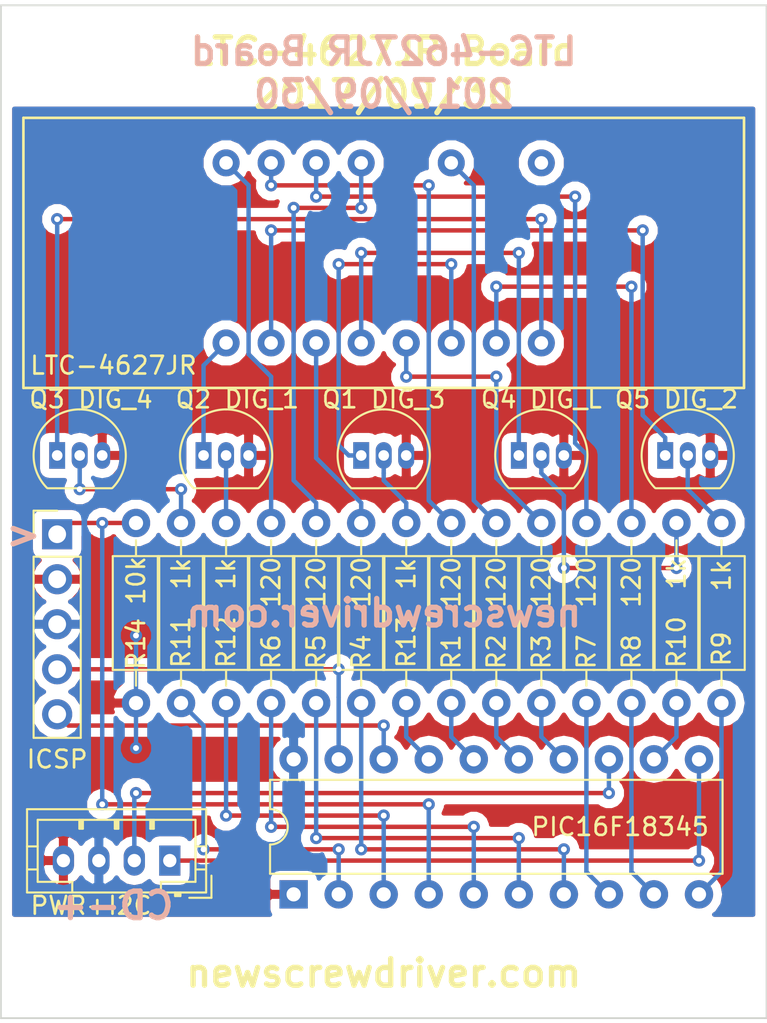
<source format=kicad_pcb>
(kicad_pcb (version 20170920) (host pcbnew no-vcs-found-6e440ff~60~ubuntu17.04.1)

  (general
    (thickness 1.6)
    (drawings 11)
    (tracks 164)
    (zones 0)
    (modules 27)
    (nets 39)
  )

  (page USLetter)
  (title_block
    (title "LTC-4627JR Driver Board")
    (date 2017-09-30)
    (rev 5)
  )

  (layers
    (0 F.Cu signal)
    (31 B.Cu signal)
    (36 B.SilkS user)
    (37 F.SilkS user)
    (38 B.Mask user)
    (39 F.Mask user)
    (44 Edge.Cuts user)
    (45 Margin user)
  )

  (setup
    (last_trace_width 0.25)
    (trace_clearance 0.1524)
    (zone_clearance 0.508)
    (zone_45_only no)
    (trace_min 0.1524)
    (segment_width 0.2)
    (edge_width 0.1)
    (via_size 0.6858)
    (via_drill 0.3302)
    (via_min_size 0.6858)
    (via_min_drill 0.3302)
    (uvia_size 0.762)
    (uvia_drill 0.508)
    (uvias_allowed no)
    (uvia_min_size 0.2)
    (uvia_min_drill 0.1)
    (pcb_text_width 0.3)
    (pcb_text_size 1.5 1.5)
    (mod_edge_width 0.15)
    (mod_text_size 1 1)
    (mod_text_width 0.15)
    (pad_size 1.5 1.5)
    (pad_drill 0.6)
    (pad_to_mask_clearance 0)
    (aux_axis_origin 0 0)
    (visible_elements FFFFFF7F)
    (pcbplotparams
      (layerselection 0x00030_ffffffff)
      (usegerberextensions false)
      (usegerberattributes true)
      (usegerberadvancedattributes true)
      (creategerberjobfile true)
      (excludeedgelayer true)
      (linewidth 0.100000)
      (plotframeref false)
      (viasonmask false)
      (mode 1)
      (useauxorigin false)
      (hpglpennumber 1)
      (hpglpenspeed 20)
      (hpglpendiameter 15)
      (psnegative false)
      (psa4output false)
      (plotreference true)
      (plotvalue true)
      (plotinvisibletext false)
      (padsonsilk false)
      (subtractmaskfromsilk false)
      (outputformat 1)
      (mirror false)
      (drillshape 1)
      (scaleselection 1)
      (outputdirectory ""))
  )

  (net 0 "")
  (net 1 /ICSPCLK)
  (net 2 /ICSPDAT)
  (net 3 GND)
  (net 4 VCC)
  (net 5 /VPP)
  (net 6 /I2CDA)
  (net 7 /I2CCL)
  (net 8 "Net-(L1-Pad16)")
  (net 9 "Net-(L1-Pad15)")
  (net 10 "Net-(L1-Pad14)")
  (net 11 "Net-(L1-Pad13)")
  (net 12 "Net-(L1-Pad11)")
  (net 13 /DIG_4)
  (net 14 "Net-(L1-Pad7)")
  (net 15 /DIG_3)
  (net 16 "Net-(L1-Pad5)")
  (net 17 /DIG_L)
  (net 18 "Net-(L1-Pad3)")
  (net 19 /DIG_2)
  (net 20 /DIG_1)
  (net 21 "Net-(Q1-Pad2)")
  (net 22 "Net-(Q2-Pad2)")
  (net 23 "Net-(Q3-Pad2)")
  (net 24 "Net-(Q4-Pad2)")
  (net 25 "Net-(Q5-Pad2)")
  (net 26 "Net-(R1-Pad2)")
  (net 27 "Net-(R2-Pad2)")
  (net 28 "Net-(R3-Pad2)")
  (net 29 "Net-(R4-Pad2)")
  (net 30 "Net-(R5-Pad2)")
  (net 31 "Net-(R6-Pad2)")
  (net 32 "Net-(R7-Pad2)")
  (net 33 "Net-(R8-Pad2)")
  (net 34 "Net-(R9-Pad2)")
  (net 35 "Net-(R10-Pad2)")
  (net 36 "Net-(R11-Pad2)")
  (net 37 "Net-(R12-Pad2)")
  (net 38 "Net-(R13-Pad2)")

  (net_class Default "This is the default net class."
    (clearance 0.1524)
    (trace_width 0.25)
    (via_dia 0.6858)
    (via_drill 0.3302)
    (uvia_dia 0.762)
    (uvia_drill 0.508)
    (add_net /DIG_1)
    (add_net /DIG_2)
    (add_net /DIG_3)
    (add_net /DIG_4)
    (add_net /DIG_L)
    (add_net /I2CCL)
    (add_net /I2CDA)
    (add_net /ICSPCLK)
    (add_net /ICSPDAT)
    (add_net /VPP)
    (add_net GND)
    (add_net "Net-(L1-Pad11)")
    (add_net "Net-(L1-Pad13)")
    (add_net "Net-(L1-Pad14)")
    (add_net "Net-(L1-Pad15)")
    (add_net "Net-(L1-Pad16)")
    (add_net "Net-(L1-Pad3)")
    (add_net "Net-(L1-Pad5)")
    (add_net "Net-(L1-Pad7)")
    (add_net "Net-(Q1-Pad2)")
    (add_net "Net-(Q2-Pad2)")
    (add_net "Net-(Q3-Pad2)")
    (add_net "Net-(Q4-Pad2)")
    (add_net "Net-(Q5-Pad2)")
    (add_net "Net-(R1-Pad2)")
    (add_net "Net-(R10-Pad2)")
    (add_net "Net-(R11-Pad2)")
    (add_net "Net-(R12-Pad2)")
    (add_net "Net-(R13-Pad2)")
    (add_net "Net-(R2-Pad2)")
    (add_net "Net-(R3-Pad2)")
    (add_net "Net-(R4-Pad2)")
    (add_net "Net-(R5-Pad2)")
    (add_net "Net-(R6-Pad2)")
    (add_net "Net-(R7-Pad2)")
    (add_net "Net-(R8-Pad2)")
    (add_net "Net-(R9-Pad2)")
    (add_net VCC)
  )

  (module LTC-4627JR:LTC-4627JR (layer F.Cu) (tedit 59D03488) (tstamp 59CFDD5C)
    (at 114.3 83.82)
    (path /59CC84A7)
    (fp_text reference LTC-4627JR (at -15.24 6.35) (layer F.SilkS)
      (effects (font (size 1 1) (thickness 0.15)))
    )
    (fp_text value LTC-4627JR (at 0 -11.43) (layer F.Fab)
      (effects (font (size 1 1) (thickness 0.15)))
    )
    (fp_line (start -20.32 7.62) (end -20.32 -7.62) (layer F.SilkS) (width 0.15))
    (fp_line (start 20.32 7.62) (end -20.32 7.62) (layer F.SilkS) (width 0.15))
    (fp_line (start 20.32 -7.62) (end 20.32 7.62) (layer F.SilkS) (width 0.15))
    (fp_line (start -20.32 -7.62) (end 20.32 -7.62) (layer F.SilkS) (width 0.15))
    (pad 16 thru_hole circle (at -8.89 -5.08) (size 1.524 1.524) (drill 0.762) (layers *.Cu *.Mask)
      (net 8 "Net-(L1-Pad16)"))
    (pad 15 thru_hole circle (at -6.35 -5.08) (size 1.524 1.524) (drill 0.762) (layers *.Cu *.Mask)
      (net 9 "Net-(L1-Pad15)"))
    (pad 14 thru_hole circle (at -3.81 -5.08) (size 1.524 1.524) (drill 0.762) (layers *.Cu *.Mask)
      (net 10 "Net-(L1-Pad14)"))
    (pad 13 thru_hole circle (at -1.27 -5.08) (size 1.524 1.524) (drill 0.762) (layers *.Cu *.Mask)
      (net 11 "Net-(L1-Pad13)"))
    (pad 11 thru_hole circle (at 3.81 -5.08) (size 1.524 1.524) (drill 0.762) (layers *.Cu *.Mask)
      (net 12 "Net-(L1-Pad11)"))
    (pad 9 thru_hole circle (at 8.89 -5.08) (size 1.524 1.524) (drill 0.762) (layers *.Cu *.Mask))
    (pad 8 thru_hole circle (at 8.89 5.08) (size 1.524 1.524) (drill 0.762) (layers *.Cu *.Mask)
      (net 13 /DIG_4))
    (pad 7 thru_hole circle (at 6.35 5.08) (size 1.524 1.524) (drill 0.762) (layers *.Cu *.Mask)
      (net 14 "Net-(L1-Pad7)"))
    (pad 6 thru_hole circle (at 3.81 5.08) (size 1.524 1.524) (drill 0.762) (layers *.Cu *.Mask)
      (net 15 /DIG_3))
    (pad 5 thru_hole circle (at 1.27 5.08) (size 1.524 1.524) (drill 0.762) (layers *.Cu *.Mask)
      (net 16 "Net-(L1-Pad5)"))
    (pad 4 thru_hole circle (at -1.27 5.08) (size 1.524 1.524) (drill 0.762) (layers *.Cu *.Mask)
      (net 17 /DIG_L))
    (pad 3 thru_hole circle (at -3.81 5.08) (size 1.524 1.524) (drill 0.762) (layers *.Cu *.Mask)
      (net 18 "Net-(L1-Pad3)"))
    (pad 2 thru_hole circle (at -6.35 5.08) (size 1.524 1.524) (drill 0.762) (layers *.Cu *.Mask)
      (net 19 /DIG_2))
    (pad 1 thru_hole circle (at -8.89 5.08) (size 1.524 1.524) (drill 0.762) (layers *.Cu *.Mask)
      (net 20 /DIG_1))
  )

  (module Mounting_Holes:MountingHole_3.2mm_M3 (layer F.Cu) (tedit 59D03BA1) (tstamp 59D0A516)
    (at 127 123.825)
    (descr "Mounting Hole 3.2mm, no annular, M3")
    (tags "mounting hole 3.2mm no annular m3")
    (attr virtual)
    (fp_text reference H3 (at 0 -4.2) (layer F.SilkS) hide
      (effects (font (size 1 1) (thickness 0.15)))
    )
    (fp_text value MountingHole_3.2mm_M3 (at 0 4.2) (layer F.Fab)
      (effects (font (size 1 1) (thickness 0.15)))
    )
    (fp_text user %R (at 0.3 0) (layer F.Fab)
      (effects (font (size 1 1) (thickness 0.15)))
    )
    (fp_circle (center 0 0) (end 3.2 0) (layer Cmts.User) (width 0.15))
    (fp_circle (center 0 0) (end 3.45 0) (layer F.CrtYd) (width 0.05))
    (pad 1 np_thru_hole circle (at 0 0) (size 3.2 3.2) (drill 3.2) (layers *.Cu *.Mask))
  )

  (module Mounting_Holes:MountingHole_3.2mm_M3 (layer F.Cu) (tedit 59D03B9B) (tstamp 59D0A508)
    (at 127 73.025)
    (descr "Mounting Hole 3.2mm, no annular, M3")
    (tags "mounting hole 3.2mm no annular m3")
    (attr virtual)
    (fp_text reference H2 (at 0 -4.2) (layer F.SilkS) hide
      (effects (font (size 1 1) (thickness 0.15)))
    )
    (fp_text value MountingHole_3.2mm_M3 (at 0 4.2) (layer F.Fab)
      (effects (font (size 1 1) (thickness 0.15)))
    )
    (fp_circle (center 0 0) (end 3.45 0) (layer F.CrtYd) (width 0.05))
    (fp_circle (center 0 0) (end 3.2 0) (layer Cmts.User) (width 0.15))
    (fp_text user %R (at 0.3 0) (layer F.Fab)
      (effects (font (size 1 1) (thickness 0.15)))
    )
    (pad 1 np_thru_hole circle (at 0 0) (size 3.2 3.2) (drill 3.2) (layers *.Cu *.Mask))
  )

  (module Mounting_Holes:MountingHole_3.2mm_M3 (layer F.Cu) (tedit 59D03BA9) (tstamp 59D0A4F1)
    (at 101.6 123.825)
    (descr "Mounting Hole 3.2mm, no annular, M3")
    (tags "mounting hole 3.2mm no annular m3")
    (attr virtual)
    (fp_text reference H4 (at 0 -4.2) (layer F.SilkS) hide
      (effects (font (size 1 1) (thickness 0.15)))
    )
    (fp_text value MountingHole_3.2mm_M3 (at 0 4.2) (layer F.Fab)
      (effects (font (size 1 1) (thickness 0.15)))
    )
    (fp_circle (center 0 0) (end 3.45 0) (layer F.CrtYd) (width 0.05))
    (fp_circle (center 0 0) (end 3.2 0) (layer Cmts.User) (width 0.15))
    (fp_text user %R (at 0.3 0) (layer F.Fab)
      (effects (font (size 1 1) (thickness 0.15)))
    )
    (pad 1 np_thru_hole circle (at 0 0) (size 3.2 3.2) (drill 3.2) (layers *.Cu *.Mask))
  )

  (module Mounting_Holes:MountingHole_3.2mm_M3 (layer F.Cu) (tedit 59D03B95) (tstamp 59D0A4AB)
    (at 101.6 73.025)
    (descr "Mounting Hole 3.2mm, no annular, M3")
    (tags "mounting hole 3.2mm no annular m3")
    (attr virtual)
    (fp_text reference H1 (at 0 -4.2) (layer F.SilkS) hide
      (effects (font (size 1 1) (thickness 0.15)))
    )
    (fp_text value MountingHole_3.2mm_M3 (at 0 4.2) (layer F.Fab)
      (effects (font (size 1 1) (thickness 0.15)))
    )
    (fp_text user %R (at 0.3 0) (layer F.Fab)
      (effects (font (size 1 1) (thickness 0.15)))
    )
    (fp_circle (center 0 0) (end 3.2 0) (layer Cmts.User) (width 0.15))
    (fp_circle (center 0 0) (end 3.45 0) (layer F.CrtYd) (width 0.05))
    (pad 1 np_thru_hole circle (at 0 0) (size 3.2 3.2) (drill 3.2) (layers *.Cu *.Mask))
  )

  (module Pin_Headers:Pin_Header_Straight_1x05_Pitch2.54mm (layer F.Cu) (tedit 59D033E2) (tstamp 59CFDD12)
    (at 95.885 99.695)
    (descr "Through hole straight pin header, 1x05, 2.54mm pitch, single row")
    (tags "Through hole pin header THT 1x05 2.54mm single row")
    (path /59CC3EBA)
    (fp_text reference ICSP (at 0 12.7) (layer F.SilkS)
      (effects (font (size 1 1) (thickness 0.15)))
    )
    (fp_text value Conn_01x05_Male (at 0 12.49) (layer F.Fab)
      (effects (font (size 1 1) (thickness 0.15)))
    )
    (fp_text user %R (at 0 5.08 90) (layer F.Fab)
      (effects (font (size 1 1) (thickness 0.15)))
    )
    (fp_line (start 1.8 -1.8) (end -1.8 -1.8) (layer F.CrtYd) (width 0.05))
    (fp_line (start 1.8 11.95) (end 1.8 -1.8) (layer F.CrtYd) (width 0.05))
    (fp_line (start -1.8 11.95) (end 1.8 11.95) (layer F.CrtYd) (width 0.05))
    (fp_line (start -1.8 -1.8) (end -1.8 11.95) (layer F.CrtYd) (width 0.05))
    (fp_line (start -1.33 -1.33) (end 0 -1.33) (layer F.SilkS) (width 0.12))
    (fp_line (start -1.33 0) (end -1.33 -1.33) (layer F.SilkS) (width 0.12))
    (fp_line (start -1.33 1.27) (end 1.33 1.27) (layer F.SilkS) (width 0.12))
    (fp_line (start 1.33 1.27) (end 1.33 11.49) (layer F.SilkS) (width 0.12))
    (fp_line (start -1.33 1.27) (end -1.33 11.49) (layer F.SilkS) (width 0.12))
    (fp_line (start -1.33 11.49) (end 1.33 11.49) (layer F.SilkS) (width 0.12))
    (fp_line (start -1.27 -0.635) (end -0.635 -1.27) (layer F.Fab) (width 0.1))
    (fp_line (start -1.27 11.43) (end -1.27 -0.635) (layer F.Fab) (width 0.1))
    (fp_line (start 1.27 11.43) (end -1.27 11.43) (layer F.Fab) (width 0.1))
    (fp_line (start 1.27 -1.27) (end 1.27 11.43) (layer F.Fab) (width 0.1))
    (fp_line (start -0.635 -1.27) (end 1.27 -1.27) (layer F.Fab) (width 0.1))
    (pad 5 thru_hole oval (at 0 10.16) (size 1.7 1.7) (drill 1) (layers *.Cu *.Mask)
      (net 1 /ICSPCLK))
    (pad 4 thru_hole oval (at 0 7.62) (size 1.7 1.7) (drill 1) (layers *.Cu *.Mask)
      (net 2 /ICSPDAT))
    (pad 3 thru_hole oval (at 0 5.08) (size 1.7 1.7) (drill 1) (layers *.Cu *.Mask)
      (net 3 GND))
    (pad 2 thru_hole oval (at 0 2.54) (size 1.7 1.7) (drill 1) (layers *.Cu *.Mask)
      (net 4 VCC))
    (pad 1 thru_hole rect (at 0 0) (size 1.7 1.7) (drill 1) (layers *.Cu *.Mask)
      (net 5 /VPP))
    (model ${KISYS3DMOD}/Pin_Headers.3dshapes/Pin_Header_Straight_1x05_Pitch2.54mm.wrl
      (at (xyz 0 0 0))
      (scale (xyz 1 1 1))
      (rotate (xyz 0 0 0))
    )
  )

  (module Connectors_JST:JST_PH_B4B-PH-K_04x2.00mm_Straight (layer F.Cu) (tedit 59D033CC) (tstamp 59CFDD46)
    (at 102.235 118.11 180)
    (descr "JST PH series connector, B4B-PH-K, top entry type, through hole, Datasheet: http://www.jst-mfg.com/product/pdf/eng/ePH.pdf")
    (tags "connector jst ph")
    (path /59CC41F4)
    (fp_text reference PWR+I2C (at 4.445 -2.54 180) (layer F.SilkS)
      (effects (font (size 1 1) (thickness 0.15)))
    )
    (fp_text value Conn_01x04 (at 3 3.8 180) (layer F.Fab)
      (effects (font (size 1 1) (thickness 0.15)))
    )
    (fp_text user %R (at 3 1.5 180) (layer F.Fab)
      (effects (font (size 1 1) (thickness 0.15)))
    )
    (fp_line (start 8.45 -2.2) (end -2.45 -2.2) (layer F.CrtYd) (width 0.05))
    (fp_line (start 8.45 3.3) (end 8.45 -2.2) (layer F.CrtYd) (width 0.05))
    (fp_line (start -2.45 3.3) (end 8.45 3.3) (layer F.CrtYd) (width 0.05))
    (fp_line (start -2.45 -2.2) (end -2.45 3.3) (layer F.CrtYd) (width 0.05))
    (fp_line (start 7.95 -1.7) (end -1.95 -1.7) (layer F.Fab) (width 0.1))
    (fp_line (start 7.95 2.8) (end 7.95 -1.7) (layer F.Fab) (width 0.1))
    (fp_line (start -1.95 2.8) (end 7.95 2.8) (layer F.Fab) (width 0.1))
    (fp_line (start -1.95 -1.7) (end -1.95 2.8) (layer F.Fab) (width 0.1))
    (fp_line (start -2.35 -2.1) (end -2.35 -0.85) (layer F.Fab) (width 0.1))
    (fp_line (start -1.1 -2.1) (end -2.35 -2.1) (layer F.Fab) (width 0.1))
    (fp_line (start -2.35 -2.1) (end -2.35 -0.85) (layer F.SilkS) (width 0.12))
    (fp_line (start -1.1 -2.1) (end -2.35 -2.1) (layer F.SilkS) (width 0.12))
    (fp_line (start 5 2.3) (end 5 1.8) (layer F.SilkS) (width 0.12))
    (fp_line (start 5.1 1.8) (end 5.1 2.3) (layer F.SilkS) (width 0.12))
    (fp_line (start 4.9 1.8) (end 5.1 1.8) (layer F.SilkS) (width 0.12))
    (fp_line (start 4.9 2.3) (end 4.9 1.8) (layer F.SilkS) (width 0.12))
    (fp_line (start 3 2.3) (end 3 1.8) (layer F.SilkS) (width 0.12))
    (fp_line (start 3.1 1.8) (end 3.1 2.3) (layer F.SilkS) (width 0.12))
    (fp_line (start 2.9 1.8) (end 3.1 1.8) (layer F.SilkS) (width 0.12))
    (fp_line (start 2.9 2.3) (end 2.9 1.8) (layer F.SilkS) (width 0.12))
    (fp_line (start 1 2.3) (end 1 1.8) (layer F.SilkS) (width 0.12))
    (fp_line (start 1.1 1.8) (end 1.1 2.3) (layer F.SilkS) (width 0.12))
    (fp_line (start 0.9 1.8) (end 1.1 1.8) (layer F.SilkS) (width 0.12))
    (fp_line (start 0.9 2.3) (end 0.9 1.8) (layer F.SilkS) (width 0.12))
    (fp_line (start -0.3 -1.9) (end -0.6 -1.9) (layer F.SilkS) (width 0.12))
    (fp_line (start -0.6 -2) (end -0.6 -1.8) (layer F.SilkS) (width 0.12))
    (fp_line (start -0.3 -2) (end -0.6 -2) (layer F.SilkS) (width 0.12))
    (fp_line (start -0.3 -1.8) (end -0.3 -2) (layer F.SilkS) (width 0.12))
    (fp_line (start 8.05 0.8) (end 7.45 0.8) (layer F.SilkS) (width 0.12))
    (fp_line (start 8.05 -0.5) (end 7.45 -0.5) (layer F.SilkS) (width 0.12))
    (fp_line (start -2.05 0.8) (end -1.45 0.8) (layer F.SilkS) (width 0.12))
    (fp_line (start -2.05 -0.5) (end -1.45 -0.5) (layer F.SilkS) (width 0.12))
    (fp_line (start 5.5 -1.2) (end 5.5 -1.8) (layer F.SilkS) (width 0.12))
    (fp_line (start 7.45 -1.2) (end 5.5 -1.2) (layer F.SilkS) (width 0.12))
    (fp_line (start 7.45 2.3) (end 7.45 -1.2) (layer F.SilkS) (width 0.12))
    (fp_line (start -1.45 2.3) (end 7.45 2.3) (layer F.SilkS) (width 0.12))
    (fp_line (start -1.45 -1.2) (end -1.45 2.3) (layer F.SilkS) (width 0.12))
    (fp_line (start 0.5 -1.2) (end -1.45 -1.2) (layer F.SilkS) (width 0.12))
    (fp_line (start 0.5 -1.8) (end 0.5 -1.2) (layer F.SilkS) (width 0.12))
    (fp_line (start 8.05 -1.8) (end -2.05 -1.8) (layer F.SilkS) (width 0.12))
    (fp_line (start 8.05 2.9) (end 8.05 -1.8) (layer F.SilkS) (width 0.12))
    (fp_line (start -2.05 2.9) (end 8.05 2.9) (layer F.SilkS) (width 0.12))
    (fp_line (start -2.05 -1.8) (end -2.05 2.9) (layer F.SilkS) (width 0.12))
    (pad 4 thru_hole oval (at 6 0 180) (size 1.2 1.7) (drill 0.75) (layers *.Cu *.Mask)
      (net 4 VCC))
    (pad 3 thru_hole oval (at 4 0 180) (size 1.2 1.7) (drill 0.75) (layers *.Cu *.Mask)
      (net 3 GND))
    (pad 2 thru_hole oval (at 2 0 180) (size 1.2 1.7) (drill 0.75) (layers *.Cu *.Mask)
      (net 6 /I2CDA))
    (pad 1 thru_hole rect (at 0 0 180) (size 1.2 1.7) (drill 0.75) (layers *.Cu *.Mask)
      (net 7 /I2CCL))
    (model ${KISYS3DMOD}/Connectors_JST.3dshapes/JST_PH_B4B-PH-K_04x2.00mm_Straight.wrl
      (at (xyz 0 0 0))
      (scale (xyz 1 1 1))
      (rotate (xyz 0 0 0))
    )
  )

  (module TO_SOT_Packages_THT:TO-92_Inline_Narrow_Oval (layer F.Cu) (tedit 59D03725) (tstamp 59CFDD6E)
    (at 113.03 95.25)
    (descr "TO-92 leads in-line, narrow, oval pads, drill 0.6mm (see NXP sot054_po.pdf)")
    (tags "to-92 sc-43 sc-43a sot54 PA33 transistor")
    (path /59CC6D38)
    (fp_text reference "Q1 DIG_3" (at 1.27 -3.175) (layer F.SilkS)
      (effects (font (size 1 1) (thickness 0.15)))
    )
    (fp_text value Q_NPN_EBC (at 1.27 2.79) (layer F.Fab)
      (effects (font (size 1 1) (thickness 0.15)))
    )
    (fp_text user %R (at 1.27 -3.56) (layer F.Fab)
      (effects (font (size 1 1) (thickness 0.15)))
    )
    (fp_line (start -0.53 1.85) (end 3.07 1.85) (layer F.SilkS) (width 0.12))
    (fp_line (start -0.5 1.75) (end 3 1.75) (layer F.Fab) (width 0.1))
    (fp_line (start -1.46 -2.73) (end 4 -2.73) (layer F.CrtYd) (width 0.05))
    (fp_line (start -1.46 -2.73) (end -1.46 2.01) (layer F.CrtYd) (width 0.05))
    (fp_line (start 4 2.01) (end 4 -2.73) (layer F.CrtYd) (width 0.05))
    (fp_line (start 4 2.01) (end -1.46 2.01) (layer F.CrtYd) (width 0.05))
    (fp_arc (start 1.27 0) (end 1.27 -2.48) (angle 135) (layer F.Fab) (width 0.1))
    (fp_arc (start 1.27 0) (end 1.27 -2.6) (angle -135) (layer F.SilkS) (width 0.12))
    (fp_arc (start 1.27 0) (end 1.27 -2.48) (angle -135) (layer F.Fab) (width 0.1))
    (fp_arc (start 1.27 0) (end 1.27 -2.6) (angle 135) (layer F.SilkS) (width 0.12))
    (pad 2 thru_hole oval (at 1.27 0 180) (size 0.9 1.5) (drill 0.6) (layers *.Cu *.Mask)
      (net 21 "Net-(Q1-Pad2)"))
    (pad 3 thru_hole oval (at 2.54 0 180) (size 0.9 1.5) (drill 0.6) (layers *.Cu *.Mask)
      (net 4 VCC))
    (pad 1 thru_hole rect (at 0 0 180) (size 0.9 1.5) (drill 0.6) (layers *.Cu *.Mask)
      (net 15 /DIG_3))
    (model ${KISYS3DMOD}/TO_SOT_Packages_THT.3dshapes/TO-92_Inline_Narrow_Oval.wrl
      (at (xyz 0.05 0 0))
      (scale (xyz 1 1 1))
      (rotate (xyz 0 0 -90))
    )
  )

  (module TO_SOT_Packages_THT:TO-92_Inline_Narrow_Oval (layer F.Cu) (tedit 59D0371A) (tstamp 59CFDD80)
    (at 104.14 95.25)
    (descr "TO-92 leads in-line, narrow, oval pads, drill 0.6mm (see NXP sot054_po.pdf)")
    (tags "to-92 sc-43 sc-43a sot54 PA33 transistor")
    (path /59CC64F4)
    (fp_text reference "Q2 DIG_1" (at 1.905 -3.175) (layer F.SilkS)
      (effects (font (size 1 1) (thickness 0.15)))
    )
    (fp_text value Q_NPN_EBC (at 1.27 2.79) (layer F.Fab)
      (effects (font (size 1 1) (thickness 0.15)))
    )
    (fp_arc (start 1.27 0) (end 1.27 -2.6) (angle 135) (layer F.SilkS) (width 0.12))
    (fp_arc (start 1.27 0) (end 1.27 -2.48) (angle -135) (layer F.Fab) (width 0.1))
    (fp_arc (start 1.27 0) (end 1.27 -2.6) (angle -135) (layer F.SilkS) (width 0.12))
    (fp_arc (start 1.27 0) (end 1.27 -2.48) (angle 135) (layer F.Fab) (width 0.1))
    (fp_line (start 4 2.01) (end -1.46 2.01) (layer F.CrtYd) (width 0.05))
    (fp_line (start 4 2.01) (end 4 -2.73) (layer F.CrtYd) (width 0.05))
    (fp_line (start -1.46 -2.73) (end -1.46 2.01) (layer F.CrtYd) (width 0.05))
    (fp_line (start -1.46 -2.73) (end 4 -2.73) (layer F.CrtYd) (width 0.05))
    (fp_line (start -0.5 1.75) (end 3 1.75) (layer F.Fab) (width 0.1))
    (fp_line (start -0.53 1.85) (end 3.07 1.85) (layer F.SilkS) (width 0.12))
    (fp_text user %R (at 1.27 -3.56) (layer F.Fab)
      (effects (font (size 1 1) (thickness 0.15)))
    )
    (pad 1 thru_hole rect (at 0 0 180) (size 0.9 1.5) (drill 0.6) (layers *.Cu *.Mask)
      (net 20 /DIG_1))
    (pad 3 thru_hole oval (at 2.54 0 180) (size 0.9 1.5) (drill 0.6) (layers *.Cu *.Mask)
      (net 4 VCC))
    (pad 2 thru_hole oval (at 1.27 0 180) (size 0.9 1.5) (drill 0.6) (layers *.Cu *.Mask)
      (net 22 "Net-(Q2-Pad2)"))
    (model ${KISYS3DMOD}/TO_SOT_Packages_THT.3dshapes/TO-92_Inline_Narrow_Oval.wrl
      (at (xyz 0.05 0 0))
      (scale (xyz 1 1 1))
      (rotate (xyz 0 0 -90))
    )
  )

  (module TO_SOT_Packages_THT:TO-92_Inline_Narrow_Oval (layer F.Cu) (tedit 59D03712) (tstamp 59CFDD92)
    (at 95.885 95.25)
    (descr "TO-92 leads in-line, narrow, oval pads, drill 0.6mm (see NXP sot054_po.pdf)")
    (tags "to-92 sc-43 sc-43a sot54 PA33 transistor")
    (path /59CC6495)
    (fp_text reference "Q3 DIG_4" (at 1.905 -3.175) (layer F.SilkS)
      (effects (font (size 1 1) (thickness 0.15)))
    )
    (fp_text value Q_NPN_EBC (at 1.27 2.79) (layer F.Fab)
      (effects (font (size 1 1) (thickness 0.15)))
    )
    (fp_text user %R (at 1.27 -3.56) (layer F.Fab)
      (effects (font (size 1 1) (thickness 0.15)))
    )
    (fp_line (start -0.53 1.85) (end 3.07 1.85) (layer F.SilkS) (width 0.12))
    (fp_line (start -0.5 1.75) (end 3 1.75) (layer F.Fab) (width 0.1))
    (fp_line (start -1.46 -2.73) (end 4 -2.73) (layer F.CrtYd) (width 0.05))
    (fp_line (start -1.46 -2.73) (end -1.46 2.01) (layer F.CrtYd) (width 0.05))
    (fp_line (start 4 2.01) (end 4 -2.73) (layer F.CrtYd) (width 0.05))
    (fp_line (start 4 2.01) (end -1.46 2.01) (layer F.CrtYd) (width 0.05))
    (fp_arc (start 1.27 0) (end 1.27 -2.48) (angle 135) (layer F.Fab) (width 0.1))
    (fp_arc (start 1.27 0) (end 1.27 -2.6) (angle -135) (layer F.SilkS) (width 0.12))
    (fp_arc (start 1.27 0) (end 1.27 -2.48) (angle -135) (layer F.Fab) (width 0.1))
    (fp_arc (start 1.27 0) (end 1.27 -2.6) (angle 135) (layer F.SilkS) (width 0.12))
    (pad 2 thru_hole oval (at 1.27 0 180) (size 0.9 1.5) (drill 0.6) (layers *.Cu *.Mask)
      (net 23 "Net-(Q3-Pad2)"))
    (pad 3 thru_hole oval (at 2.54 0 180) (size 0.9 1.5) (drill 0.6) (layers *.Cu *.Mask)
      (net 4 VCC))
    (pad 1 thru_hole rect (at 0 0 180) (size 0.9 1.5) (drill 0.6) (layers *.Cu *.Mask)
      (net 13 /DIG_4))
    (model ${KISYS3DMOD}/TO_SOT_Packages_THT.3dshapes/TO-92_Inline_Narrow_Oval.wrl
      (at (xyz 0.05 0 0))
      (scale (xyz 1 1 1))
      (rotate (xyz 0 0 -90))
    )
  )

  (module TO_SOT_Packages_THT:TO-92_Inline_Narrow_Oval (layer F.Cu) (tedit 59D0372F) (tstamp 59CFDDA4)
    (at 121.92 95.25)
    (descr "TO-92 leads in-line, narrow, oval pads, drill 0.6mm (see NXP sot054_po.pdf)")
    (tags "to-92 sc-43 sc-43a sot54 PA33 transistor")
    (path /59CC63E8)
    (fp_text reference "Q4 DIG_L" (at 1.27 -3.175) (layer F.SilkS)
      (effects (font (size 1 1) (thickness 0.15)))
    )
    (fp_text value Q_NPN_EBC (at 1.27 2.79) (layer F.Fab)
      (effects (font (size 1 1) (thickness 0.15)))
    )
    (fp_arc (start 1.27 0) (end 1.27 -2.6) (angle 135) (layer F.SilkS) (width 0.12))
    (fp_arc (start 1.27 0) (end 1.27 -2.48) (angle -135) (layer F.Fab) (width 0.1))
    (fp_arc (start 1.27 0) (end 1.27 -2.6) (angle -135) (layer F.SilkS) (width 0.12))
    (fp_arc (start 1.27 0) (end 1.27 -2.48) (angle 135) (layer F.Fab) (width 0.1))
    (fp_line (start 4 2.01) (end -1.46 2.01) (layer F.CrtYd) (width 0.05))
    (fp_line (start 4 2.01) (end 4 -2.73) (layer F.CrtYd) (width 0.05))
    (fp_line (start -1.46 -2.73) (end -1.46 2.01) (layer F.CrtYd) (width 0.05))
    (fp_line (start -1.46 -2.73) (end 4 -2.73) (layer F.CrtYd) (width 0.05))
    (fp_line (start -0.5 1.75) (end 3 1.75) (layer F.Fab) (width 0.1))
    (fp_line (start -0.53 1.85) (end 3.07 1.85) (layer F.SilkS) (width 0.12))
    (fp_text user %R (at 1.27 -3.56) (layer F.Fab)
      (effects (font (size 1 1) (thickness 0.15)))
    )
    (pad 1 thru_hole rect (at 0 0 180) (size 0.9 1.5) (drill 0.6) (layers *.Cu *.Mask)
      (net 17 /DIG_L))
    (pad 3 thru_hole oval (at 2.54 0 180) (size 0.9 1.5) (drill 0.6) (layers *.Cu *.Mask)
      (net 4 VCC))
    (pad 2 thru_hole oval (at 1.27 0 180) (size 0.9 1.5) (drill 0.6) (layers *.Cu *.Mask)
      (net 24 "Net-(Q4-Pad2)"))
    (model ${KISYS3DMOD}/TO_SOT_Packages_THT.3dshapes/TO-92_Inline_Narrow_Oval.wrl
      (at (xyz 0.05 0 0))
      (scale (xyz 1 1 1))
      (rotate (xyz 0 0 -90))
    )
  )

  (module TO_SOT_Packages_THT:TO-92_Inline_Narrow_Oval (layer F.Cu) (tedit 59D03739) (tstamp 59CFDDB6)
    (at 130.175 95.25)
    (descr "TO-92 leads in-line, narrow, oval pads, drill 0.6mm (see NXP sot054_po.pdf)")
    (tags "to-92 sc-43 sc-43a sot54 PA33 transistor")
    (path /59CC48C7)
    (fp_text reference "Q5 DIG_2" (at 0.635 -3.175) (layer F.SilkS)
      (effects (font (size 1 1) (thickness 0.15)))
    )
    (fp_text value Q_NPN_EBC (at 1.27 2.79) (layer F.Fab)
      (effects (font (size 1 1) (thickness 0.15)))
    )
    (fp_arc (start 1.27 0) (end 1.27 -2.6) (angle 135) (layer F.SilkS) (width 0.12))
    (fp_arc (start 1.27 0) (end 1.27 -2.48) (angle -135) (layer F.Fab) (width 0.1))
    (fp_arc (start 1.27 0) (end 1.27 -2.6) (angle -135) (layer F.SilkS) (width 0.12))
    (fp_arc (start 1.27 0) (end 1.27 -2.48) (angle 135) (layer F.Fab) (width 0.1))
    (fp_line (start 4 2.01) (end -1.46 2.01) (layer F.CrtYd) (width 0.05))
    (fp_line (start 4 2.01) (end 4 -2.73) (layer F.CrtYd) (width 0.05))
    (fp_line (start -1.46 -2.73) (end -1.46 2.01) (layer F.CrtYd) (width 0.05))
    (fp_line (start -1.46 -2.73) (end 4 -2.73) (layer F.CrtYd) (width 0.05))
    (fp_line (start -0.5 1.75) (end 3 1.75) (layer F.Fab) (width 0.1))
    (fp_line (start -0.53 1.85) (end 3.07 1.85) (layer F.SilkS) (width 0.12))
    (fp_text user %R (at 1.27 -3.56) (layer F.Fab)
      (effects (font (size 1 1) (thickness 0.15)))
    )
    (pad 1 thru_hole rect (at 0 0 180) (size 0.9 1.5) (drill 0.6) (layers *.Cu *.Mask)
      (net 19 /DIG_2))
    (pad 3 thru_hole oval (at 2.54 0 180) (size 0.9 1.5) (drill 0.6) (layers *.Cu *.Mask)
      (net 4 VCC))
    (pad 2 thru_hole oval (at 1.27 0 180) (size 0.9 1.5) (drill 0.6) (layers *.Cu *.Mask)
      (net 25 "Net-(Q5-Pad2)"))
    (model ${KISYS3DMOD}/TO_SOT_Packages_THT.3dshapes/TO-92_Inline_Narrow_Oval.wrl
      (at (xyz 0.05 0 0))
      (scale (xyz 1 1 1))
      (rotate (xyz 0 0 -90))
    )
  )

  (module Resistors_THT:R_Axial_DIN0207_L6.3mm_D2.5mm_P10.16mm_Horizontal (layer F.Cu) (tedit 59D037D4) (tstamp 59CFDDCC)
    (at 118.11 99.06 270)
    (descr "Resistor, Axial_DIN0207 series, Axial, Horizontal, pin pitch=10.16mm, 0.25W = 1/4W, length*diameter=6.3*2.5mm^2, http://cdn-reichelt.de/documents/datenblatt/B400/1_4W%23YAG.pdf")
    (tags "Resistor Axial_DIN0207 series Axial Horizontal pin pitch 10.16mm 0.25W = 1/4W length 6.3mm diameter 2.5mm")
    (path /59CC458F)
    (fp_text reference "R1  120" (at 5.08 0 270) (layer F.SilkS)
      (effects (font (size 1 1) (thickness 0.15)))
    )
    (fp_text value 120 (at 5.08 2.31 270) (layer F.Fab)
      (effects (font (size 1 1) (thickness 0.15)))
    )
    (fp_line (start 11.25 -1.6) (end -1.05 -1.6) (layer F.CrtYd) (width 0.05))
    (fp_line (start 11.25 1.6) (end 11.25 -1.6) (layer F.CrtYd) (width 0.05))
    (fp_line (start -1.05 1.6) (end 11.25 1.6) (layer F.CrtYd) (width 0.05))
    (fp_line (start -1.05 -1.6) (end -1.05 1.6) (layer F.CrtYd) (width 0.05))
    (fp_line (start 9.18 0) (end 8.29 0) (layer F.SilkS) (width 0.12))
    (fp_line (start 0.98 0) (end 1.87 0) (layer F.SilkS) (width 0.12))
    (fp_line (start 8.29 -1.31) (end 1.87 -1.31) (layer F.SilkS) (width 0.12))
    (fp_line (start 8.29 1.31) (end 8.29 -1.31) (layer F.SilkS) (width 0.12))
    (fp_line (start 1.87 1.31) (end 8.29 1.31) (layer F.SilkS) (width 0.12))
    (fp_line (start 1.87 -1.31) (end 1.87 1.31) (layer F.SilkS) (width 0.12))
    (fp_line (start 10.16 0) (end 8.23 0) (layer F.Fab) (width 0.1))
    (fp_line (start 0 0) (end 1.93 0) (layer F.Fab) (width 0.1))
    (fp_line (start 8.23 -1.25) (end 1.93 -1.25) (layer F.Fab) (width 0.1))
    (fp_line (start 8.23 1.25) (end 8.23 -1.25) (layer F.Fab) (width 0.1))
    (fp_line (start 1.93 1.25) (end 8.23 1.25) (layer F.Fab) (width 0.1))
    (fp_line (start 1.93 -1.25) (end 1.93 1.25) (layer F.Fab) (width 0.1))
    (pad 2 thru_hole oval (at 10.16 0 270) (size 1.6 1.6) (drill 0.8) (layers *.Cu *.Mask)
      (net 26 "Net-(R1-Pad2)"))
    (pad 1 thru_hole circle (at 0 0 270) (size 1.6 1.6) (drill 0.8) (layers *.Cu *.Mask)
      (net 9 "Net-(L1-Pad15)"))
    (model ${KISYS3DMOD}/Resistors_THT.3dshapes/R_Axial_DIN0207_L6.3mm_D2.5mm_P10.16mm_Horizontal.wrl
      (at (xyz 0 0 0))
      (scale (xyz 0.393701 0.393701 0.393701))
      (rotate (xyz 0 0 0))
    )
  )

  (module Resistors_THT:R_Axial_DIN0207_L6.3mm_D2.5mm_P10.16mm_Horizontal (layer F.Cu) (tedit 59D037DC) (tstamp 59CFDDE2)
    (at 120.65 99.06 270)
    (descr "Resistor, Axial_DIN0207 series, Axial, Horizontal, pin pitch=10.16mm, 0.25W = 1/4W, length*diameter=6.3*2.5mm^2, http://cdn-reichelt.de/documents/datenblatt/B400/1_4W%23YAG.pdf")
    (tags "Resistor Axial_DIN0207 series Axial Horizontal pin pitch 10.16mm 0.25W = 1/4W length 6.3mm diameter 2.5mm")
    (path /59CC547E)
    (fp_text reference "R2  120" (at 5.08 0 270) (layer F.SilkS)
      (effects (font (size 1 1) (thickness 0.15)))
    )
    (fp_text value 120 (at 5.08 2.31 270) (layer F.Fab)
      (effects (font (size 1 1) (thickness 0.15)))
    )
    (fp_line (start 1.93 -1.25) (end 1.93 1.25) (layer F.Fab) (width 0.1))
    (fp_line (start 1.93 1.25) (end 8.23 1.25) (layer F.Fab) (width 0.1))
    (fp_line (start 8.23 1.25) (end 8.23 -1.25) (layer F.Fab) (width 0.1))
    (fp_line (start 8.23 -1.25) (end 1.93 -1.25) (layer F.Fab) (width 0.1))
    (fp_line (start 0 0) (end 1.93 0) (layer F.Fab) (width 0.1))
    (fp_line (start 10.16 0) (end 8.23 0) (layer F.Fab) (width 0.1))
    (fp_line (start 1.87 -1.31) (end 1.87 1.31) (layer F.SilkS) (width 0.12))
    (fp_line (start 1.87 1.31) (end 8.29 1.31) (layer F.SilkS) (width 0.12))
    (fp_line (start 8.29 1.31) (end 8.29 -1.31) (layer F.SilkS) (width 0.12))
    (fp_line (start 8.29 -1.31) (end 1.87 -1.31) (layer F.SilkS) (width 0.12))
    (fp_line (start 0.98 0) (end 1.87 0) (layer F.SilkS) (width 0.12))
    (fp_line (start 9.18 0) (end 8.29 0) (layer F.SilkS) (width 0.12))
    (fp_line (start -1.05 -1.6) (end -1.05 1.6) (layer F.CrtYd) (width 0.05))
    (fp_line (start -1.05 1.6) (end 11.25 1.6) (layer F.CrtYd) (width 0.05))
    (fp_line (start 11.25 1.6) (end 11.25 -1.6) (layer F.CrtYd) (width 0.05))
    (fp_line (start 11.25 -1.6) (end -1.05 -1.6) (layer F.CrtYd) (width 0.05))
    (pad 1 thru_hole circle (at 0 0 270) (size 1.6 1.6) (drill 0.8) (layers *.Cu *.Mask)
      (net 12 "Net-(L1-Pad11)"))
    (pad 2 thru_hole oval (at 10.16 0 270) (size 1.6 1.6) (drill 0.8) (layers *.Cu *.Mask)
      (net 27 "Net-(R2-Pad2)"))
    (model ${KISYS3DMOD}/Resistors_THT.3dshapes/R_Axial_DIN0207_L6.3mm_D2.5mm_P10.16mm_Horizontal.wrl
      (at (xyz 0 0 0))
      (scale (xyz 0.393701 0.393701 0.393701))
      (rotate (xyz 0 0 0))
    )
  )

  (module Resistors_THT:R_Axial_DIN0207_L6.3mm_D2.5mm_P10.16mm_Horizontal (layer F.Cu) (tedit 59D037E2) (tstamp 59CFDDF8)
    (at 123.19 99.06 270)
    (descr "Resistor, Axial_DIN0207 series, Axial, Horizontal, pin pitch=10.16mm, 0.25W = 1/4W, length*diameter=6.3*2.5mm^2, http://cdn-reichelt.de/documents/datenblatt/B400/1_4W%23YAG.pdf")
    (tags "Resistor Axial_DIN0207 series Axial Horizontal pin pitch 10.16mm 0.25W = 1/4W length 6.3mm diameter 2.5mm")
    (path /59CC54A2)
    (fp_text reference "R3  120" (at 5.08 0 270) (layer F.SilkS)
      (effects (font (size 1 1) (thickness 0.15)))
    )
    (fp_text value 120 (at 5.08 2.31 270) (layer F.Fab)
      (effects (font (size 1 1) (thickness 0.15)))
    )
    (fp_line (start 11.25 -1.6) (end -1.05 -1.6) (layer F.CrtYd) (width 0.05))
    (fp_line (start 11.25 1.6) (end 11.25 -1.6) (layer F.CrtYd) (width 0.05))
    (fp_line (start -1.05 1.6) (end 11.25 1.6) (layer F.CrtYd) (width 0.05))
    (fp_line (start -1.05 -1.6) (end -1.05 1.6) (layer F.CrtYd) (width 0.05))
    (fp_line (start 9.18 0) (end 8.29 0) (layer F.SilkS) (width 0.12))
    (fp_line (start 0.98 0) (end 1.87 0) (layer F.SilkS) (width 0.12))
    (fp_line (start 8.29 -1.31) (end 1.87 -1.31) (layer F.SilkS) (width 0.12))
    (fp_line (start 8.29 1.31) (end 8.29 -1.31) (layer F.SilkS) (width 0.12))
    (fp_line (start 1.87 1.31) (end 8.29 1.31) (layer F.SilkS) (width 0.12))
    (fp_line (start 1.87 -1.31) (end 1.87 1.31) (layer F.SilkS) (width 0.12))
    (fp_line (start 10.16 0) (end 8.23 0) (layer F.Fab) (width 0.1))
    (fp_line (start 0 0) (end 1.93 0) (layer F.Fab) (width 0.1))
    (fp_line (start 8.23 -1.25) (end 1.93 -1.25) (layer F.Fab) (width 0.1))
    (fp_line (start 8.23 1.25) (end 8.23 -1.25) (layer F.Fab) (width 0.1))
    (fp_line (start 1.93 1.25) (end 8.23 1.25) (layer F.Fab) (width 0.1))
    (fp_line (start 1.93 -1.25) (end 1.93 1.25) (layer F.Fab) (width 0.1))
    (pad 2 thru_hole oval (at 10.16 0 270) (size 1.6 1.6) (drill 0.8) (layers *.Cu *.Mask)
      (net 28 "Net-(R3-Pad2)"))
    (pad 1 thru_hole circle (at 0 0 270) (size 1.6 1.6) (drill 0.8) (layers *.Cu *.Mask)
      (net 16 "Net-(L1-Pad5)"))
    (model ${KISYS3DMOD}/Resistors_THT.3dshapes/R_Axial_DIN0207_L6.3mm_D2.5mm_P10.16mm_Horizontal.wrl
      (at (xyz 0 0 0))
      (scale (xyz 0.393701 0.393701 0.393701))
      (rotate (xyz 0 0 0))
    )
  )

  (module Resistors_THT:R_Axial_DIN0207_L6.3mm_D2.5mm_P10.16mm_Horizontal (layer F.Cu) (tedit 59D037EC) (tstamp 59CFDE0E)
    (at 113.03 99.06 270)
    (descr "Resistor, Axial_DIN0207 series, Axial, Horizontal, pin pitch=10.16mm, 0.25W = 1/4W, length*diameter=6.3*2.5mm^2, http://cdn-reichelt.de/documents/datenblatt/B400/1_4W%23YAG.pdf")
    (tags "Resistor Axial_DIN0207 series Axial Horizontal pin pitch 10.16mm 0.25W = 1/4W length 6.3mm diameter 2.5mm")
    (path /59CC54C8)
    (fp_text reference "R4  120" (at 5.08 0 270) (layer F.SilkS)
      (effects (font (size 1 1) (thickness 0.15)))
    )
    (fp_text value 120 (at 5.08 2.31 270) (layer F.Fab)
      (effects (font (size 1 1) (thickness 0.15)))
    )
    (fp_line (start 1.93 -1.25) (end 1.93 1.25) (layer F.Fab) (width 0.1))
    (fp_line (start 1.93 1.25) (end 8.23 1.25) (layer F.Fab) (width 0.1))
    (fp_line (start 8.23 1.25) (end 8.23 -1.25) (layer F.Fab) (width 0.1))
    (fp_line (start 8.23 -1.25) (end 1.93 -1.25) (layer F.Fab) (width 0.1))
    (fp_line (start 0 0) (end 1.93 0) (layer F.Fab) (width 0.1))
    (fp_line (start 10.16 0) (end 8.23 0) (layer F.Fab) (width 0.1))
    (fp_line (start 1.87 -1.31) (end 1.87 1.31) (layer F.SilkS) (width 0.12))
    (fp_line (start 1.87 1.31) (end 8.29 1.31) (layer F.SilkS) (width 0.12))
    (fp_line (start 8.29 1.31) (end 8.29 -1.31) (layer F.SilkS) (width 0.12))
    (fp_line (start 8.29 -1.31) (end 1.87 -1.31) (layer F.SilkS) (width 0.12))
    (fp_line (start 0.98 0) (end 1.87 0) (layer F.SilkS) (width 0.12))
    (fp_line (start 9.18 0) (end 8.29 0) (layer F.SilkS) (width 0.12))
    (fp_line (start -1.05 -1.6) (end -1.05 1.6) (layer F.CrtYd) (width 0.05))
    (fp_line (start -1.05 1.6) (end 11.25 1.6) (layer F.CrtYd) (width 0.05))
    (fp_line (start 11.25 1.6) (end 11.25 -1.6) (layer F.CrtYd) (width 0.05))
    (fp_line (start 11.25 -1.6) (end -1.05 -1.6) (layer F.CrtYd) (width 0.05))
    (pad 1 thru_hole circle (at 0 0 270) (size 1.6 1.6) (drill 0.8) (layers *.Cu *.Mask)
      (net 18 "Net-(L1-Pad3)"))
    (pad 2 thru_hole oval (at 10.16 0 270) (size 1.6 1.6) (drill 0.8) (layers *.Cu *.Mask)
      (net 29 "Net-(R4-Pad2)"))
    (model ${KISYS3DMOD}/Resistors_THT.3dshapes/R_Axial_DIN0207_L6.3mm_D2.5mm_P10.16mm_Horizontal.wrl
      (at (xyz 0 0 0))
      (scale (xyz 0.393701 0.393701 0.393701))
      (rotate (xyz 0 0 0))
    )
  )

  (module Resistors_THT:R_Axial_DIN0207_L6.3mm_D2.5mm_P10.16mm_Horizontal (layer F.Cu) (tedit 59D037F0) (tstamp 59CFDE24)
    (at 110.49 99.06 270)
    (descr "Resistor, Axial_DIN0207 series, Axial, Horizontal, pin pitch=10.16mm, 0.25W = 1/4W, length*diameter=6.3*2.5mm^2, http://cdn-reichelt.de/documents/datenblatt/B400/1_4W%23YAG.pdf")
    (tags "Resistor Axial_DIN0207 series Axial Horizontal pin pitch 10.16mm 0.25W = 1/4W length 6.3mm diameter 2.5mm")
    (path /59CC54F0)
    (fp_text reference "R5  120" (at 5.08 0 270) (layer F.SilkS)
      (effects (font (size 1 1) (thickness 0.15)))
    )
    (fp_text value 120 (at 5.08 2.31 270) (layer F.Fab)
      (effects (font (size 1 1) (thickness 0.15)))
    )
    (fp_line (start 11.25 -1.6) (end -1.05 -1.6) (layer F.CrtYd) (width 0.05))
    (fp_line (start 11.25 1.6) (end 11.25 -1.6) (layer F.CrtYd) (width 0.05))
    (fp_line (start -1.05 1.6) (end 11.25 1.6) (layer F.CrtYd) (width 0.05))
    (fp_line (start -1.05 -1.6) (end -1.05 1.6) (layer F.CrtYd) (width 0.05))
    (fp_line (start 9.18 0) (end 8.29 0) (layer F.SilkS) (width 0.12))
    (fp_line (start 0.98 0) (end 1.87 0) (layer F.SilkS) (width 0.12))
    (fp_line (start 8.29 -1.31) (end 1.87 -1.31) (layer F.SilkS) (width 0.12))
    (fp_line (start 8.29 1.31) (end 8.29 -1.31) (layer F.SilkS) (width 0.12))
    (fp_line (start 1.87 1.31) (end 8.29 1.31) (layer F.SilkS) (width 0.12))
    (fp_line (start 1.87 -1.31) (end 1.87 1.31) (layer F.SilkS) (width 0.12))
    (fp_line (start 10.16 0) (end 8.23 0) (layer F.Fab) (width 0.1))
    (fp_line (start 0 0) (end 1.93 0) (layer F.Fab) (width 0.1))
    (fp_line (start 8.23 -1.25) (end 1.93 -1.25) (layer F.Fab) (width 0.1))
    (fp_line (start 8.23 1.25) (end 8.23 -1.25) (layer F.Fab) (width 0.1))
    (fp_line (start 1.93 1.25) (end 8.23 1.25) (layer F.Fab) (width 0.1))
    (fp_line (start 1.93 -1.25) (end 1.93 1.25) (layer F.Fab) (width 0.1))
    (pad 2 thru_hole oval (at 10.16 0 270) (size 1.6 1.6) (drill 0.8) (layers *.Cu *.Mask)
      (net 30 "Net-(R5-Pad2)"))
    (pad 1 thru_hole circle (at 0 0 270) (size 1.6 1.6) (drill 0.8) (layers *.Cu *.Mask)
      (net 11 "Net-(L1-Pad13)"))
    (model ${KISYS3DMOD}/Resistors_THT.3dshapes/R_Axial_DIN0207_L6.3mm_D2.5mm_P10.16mm_Horizontal.wrl
      (at (xyz 0 0 0))
      (scale (xyz 0.393701 0.393701 0.393701))
      (rotate (xyz 0 0 0))
    )
  )

  (module Resistors_THT:R_Axial_DIN0207_L6.3mm_D2.5mm_P10.16mm_Horizontal (layer F.Cu) (tedit 59D037F4) (tstamp 59CFDE3A)
    (at 107.95 99.06 270)
    (descr "Resistor, Axial_DIN0207 series, Axial, Horizontal, pin pitch=10.16mm, 0.25W = 1/4W, length*diameter=6.3*2.5mm^2, http://cdn-reichelt.de/documents/datenblatt/B400/1_4W%23YAG.pdf")
    (tags "Resistor Axial_DIN0207 series Axial Horizontal pin pitch 10.16mm 0.25W = 1/4W length 6.3mm diameter 2.5mm")
    (path /59CC551A)
    (fp_text reference "R6  120" (at 5.08 0 270) (layer F.SilkS)
      (effects (font (size 1 1) (thickness 0.15)))
    )
    (fp_text value 120 (at 5.08 2.31 270) (layer F.Fab)
      (effects (font (size 1 1) (thickness 0.15)))
    )
    (fp_line (start 1.93 -1.25) (end 1.93 1.25) (layer F.Fab) (width 0.1))
    (fp_line (start 1.93 1.25) (end 8.23 1.25) (layer F.Fab) (width 0.1))
    (fp_line (start 8.23 1.25) (end 8.23 -1.25) (layer F.Fab) (width 0.1))
    (fp_line (start 8.23 -1.25) (end 1.93 -1.25) (layer F.Fab) (width 0.1))
    (fp_line (start 0 0) (end 1.93 0) (layer F.Fab) (width 0.1))
    (fp_line (start 10.16 0) (end 8.23 0) (layer F.Fab) (width 0.1))
    (fp_line (start 1.87 -1.31) (end 1.87 1.31) (layer F.SilkS) (width 0.12))
    (fp_line (start 1.87 1.31) (end 8.29 1.31) (layer F.SilkS) (width 0.12))
    (fp_line (start 8.29 1.31) (end 8.29 -1.31) (layer F.SilkS) (width 0.12))
    (fp_line (start 8.29 -1.31) (end 1.87 -1.31) (layer F.SilkS) (width 0.12))
    (fp_line (start 0.98 0) (end 1.87 0) (layer F.SilkS) (width 0.12))
    (fp_line (start 9.18 0) (end 8.29 0) (layer F.SilkS) (width 0.12))
    (fp_line (start -1.05 -1.6) (end -1.05 1.6) (layer F.CrtYd) (width 0.05))
    (fp_line (start -1.05 1.6) (end 11.25 1.6) (layer F.CrtYd) (width 0.05))
    (fp_line (start 11.25 1.6) (end 11.25 -1.6) (layer F.CrtYd) (width 0.05))
    (fp_line (start 11.25 -1.6) (end -1.05 -1.6) (layer F.CrtYd) (width 0.05))
    (pad 1 thru_hole circle (at 0 0 270) (size 1.6 1.6) (drill 0.8) (layers *.Cu *.Mask)
      (net 8 "Net-(L1-Pad16)"))
    (pad 2 thru_hole oval (at 10.16 0 270) (size 1.6 1.6) (drill 0.8) (layers *.Cu *.Mask)
      (net 31 "Net-(R6-Pad2)"))
    (model ${KISYS3DMOD}/Resistors_THT.3dshapes/R_Axial_DIN0207_L6.3mm_D2.5mm_P10.16mm_Horizontal.wrl
      (at (xyz 0 0 0))
      (scale (xyz 0.393701 0.393701 0.393701))
      (rotate (xyz 0 0 0))
    )
  )

  (module Resistors_THT:R_Axial_DIN0207_L6.3mm_D2.5mm_P10.16mm_Horizontal (layer F.Cu) (tedit 59D037E5) (tstamp 59CFDE50)
    (at 125.73 99.06 270)
    (descr "Resistor, Axial_DIN0207 series, Axial, Horizontal, pin pitch=10.16mm, 0.25W = 1/4W, length*diameter=6.3*2.5mm^2, http://cdn-reichelt.de/documents/datenblatt/B400/1_4W%23YAG.pdf")
    (tags "Resistor Axial_DIN0207 series Axial Horizontal pin pitch 10.16mm 0.25W = 1/4W length 6.3mm diameter 2.5mm")
    (path /59CC555E)
    (fp_text reference "R7  120" (at 5.08 0 270) (layer F.SilkS)
      (effects (font (size 1 1) (thickness 0.15)))
    )
    (fp_text value 120 (at 5.08 2.31 270) (layer F.Fab)
      (effects (font (size 1 1) (thickness 0.15)))
    )
    (fp_line (start 11.25 -1.6) (end -1.05 -1.6) (layer F.CrtYd) (width 0.05))
    (fp_line (start 11.25 1.6) (end 11.25 -1.6) (layer F.CrtYd) (width 0.05))
    (fp_line (start -1.05 1.6) (end 11.25 1.6) (layer F.CrtYd) (width 0.05))
    (fp_line (start -1.05 -1.6) (end -1.05 1.6) (layer F.CrtYd) (width 0.05))
    (fp_line (start 9.18 0) (end 8.29 0) (layer F.SilkS) (width 0.12))
    (fp_line (start 0.98 0) (end 1.87 0) (layer F.SilkS) (width 0.12))
    (fp_line (start 8.29 -1.31) (end 1.87 -1.31) (layer F.SilkS) (width 0.12))
    (fp_line (start 8.29 1.31) (end 8.29 -1.31) (layer F.SilkS) (width 0.12))
    (fp_line (start 1.87 1.31) (end 8.29 1.31) (layer F.SilkS) (width 0.12))
    (fp_line (start 1.87 -1.31) (end 1.87 1.31) (layer F.SilkS) (width 0.12))
    (fp_line (start 10.16 0) (end 8.23 0) (layer F.Fab) (width 0.1))
    (fp_line (start 0 0) (end 1.93 0) (layer F.Fab) (width 0.1))
    (fp_line (start 8.23 -1.25) (end 1.93 -1.25) (layer F.Fab) (width 0.1))
    (fp_line (start 8.23 1.25) (end 8.23 -1.25) (layer F.Fab) (width 0.1))
    (fp_line (start 1.93 1.25) (end 8.23 1.25) (layer F.Fab) (width 0.1))
    (fp_line (start 1.93 -1.25) (end 1.93 1.25) (layer F.Fab) (width 0.1))
    (pad 2 thru_hole oval (at 10.16 0 270) (size 1.6 1.6) (drill 0.8) (layers *.Cu *.Mask)
      (net 32 "Net-(R7-Pad2)"))
    (pad 1 thru_hole circle (at 0 0 270) (size 1.6 1.6) (drill 0.8) (layers *.Cu *.Mask)
      (net 10 "Net-(L1-Pad14)"))
    (model ${KISYS3DMOD}/Resistors_THT.3dshapes/R_Axial_DIN0207_L6.3mm_D2.5mm_P10.16mm_Horizontal.wrl
      (at (xyz 0 0 0))
      (scale (xyz 0.393701 0.393701 0.393701))
      (rotate (xyz 0 0 0))
    )
  )

  (module Resistors_THT:R_Axial_DIN0207_L6.3mm_D2.5mm_P10.16mm_Horizontal (layer F.Cu) (tedit 59D037E8) (tstamp 59CFDE66)
    (at 128.27 99.06 270)
    (descr "Resistor, Axial_DIN0207 series, Axial, Horizontal, pin pitch=10.16mm, 0.25W = 1/4W, length*diameter=6.3*2.5mm^2, http://cdn-reichelt.de/documents/datenblatt/B400/1_4W%23YAG.pdf")
    (tags "Resistor Axial_DIN0207 series Axial Horizontal pin pitch 10.16mm 0.25W = 1/4W length 6.3mm diameter 2.5mm")
    (path /59CC558C)
    (fp_text reference "R8  120" (at 5.08 0 270) (layer F.SilkS)
      (effects (font (size 1 1) (thickness 0.15)))
    )
    (fp_text value 120 (at 5.08 2.31 270) (layer F.Fab)
      (effects (font (size 1 1) (thickness 0.15)))
    )
    (fp_line (start 11.25 -1.6) (end -1.05 -1.6) (layer F.CrtYd) (width 0.05))
    (fp_line (start 11.25 1.6) (end 11.25 -1.6) (layer F.CrtYd) (width 0.05))
    (fp_line (start -1.05 1.6) (end 11.25 1.6) (layer F.CrtYd) (width 0.05))
    (fp_line (start -1.05 -1.6) (end -1.05 1.6) (layer F.CrtYd) (width 0.05))
    (fp_line (start 9.18 0) (end 8.29 0) (layer F.SilkS) (width 0.12))
    (fp_line (start 0.98 0) (end 1.87 0) (layer F.SilkS) (width 0.12))
    (fp_line (start 8.29 -1.31) (end 1.87 -1.31) (layer F.SilkS) (width 0.12))
    (fp_line (start 8.29 1.31) (end 8.29 -1.31) (layer F.SilkS) (width 0.12))
    (fp_line (start 1.87 1.31) (end 8.29 1.31) (layer F.SilkS) (width 0.12))
    (fp_line (start 1.87 -1.31) (end 1.87 1.31) (layer F.SilkS) (width 0.12))
    (fp_line (start 10.16 0) (end 8.23 0) (layer F.Fab) (width 0.1))
    (fp_line (start 0 0) (end 1.93 0) (layer F.Fab) (width 0.1))
    (fp_line (start 8.23 -1.25) (end 1.93 -1.25) (layer F.Fab) (width 0.1))
    (fp_line (start 8.23 1.25) (end 8.23 -1.25) (layer F.Fab) (width 0.1))
    (fp_line (start 1.93 1.25) (end 8.23 1.25) (layer F.Fab) (width 0.1))
    (fp_line (start 1.93 -1.25) (end 1.93 1.25) (layer F.Fab) (width 0.1))
    (pad 2 thru_hole oval (at 10.16 0 270) (size 1.6 1.6) (drill 0.8) (layers *.Cu *.Mask)
      (net 33 "Net-(R8-Pad2)"))
    (pad 1 thru_hole circle (at 0 0 270) (size 1.6 1.6) (drill 0.8) (layers *.Cu *.Mask)
      (net 14 "Net-(L1-Pad7)"))
    (model ${KISYS3DMOD}/Resistors_THT.3dshapes/R_Axial_DIN0207_L6.3mm_D2.5mm_P10.16mm_Horizontal.wrl
      (at (xyz 0 0 0))
      (scale (xyz 0.393701 0.393701 0.393701))
      (rotate (xyz 0 0 0))
    )
  )

  (module Resistors_THT:R_Axial_DIN0207_L6.3mm_D2.5mm_P10.16mm_Horizontal (layer F.Cu) (tedit 59D037BE) (tstamp 59CFDE7C)
    (at 133.35 99.06 270)
    (descr "Resistor, Axial_DIN0207 series, Axial, Horizontal, pin pitch=10.16mm, 0.25W = 1/4W, length*diameter=6.3*2.5mm^2, http://cdn-reichelt.de/documents/datenblatt/B400/1_4W%23YAG.pdf")
    (tags "Resistor Axial_DIN0207 series Axial Horizontal pin pitch 10.16mm 0.25W = 1/4W length 6.3mm diameter 2.5mm")
    (path /59CF788D)
    (fp_text reference "R9   1k" (at 5.08 0 270) (layer F.SilkS)
      (effects (font (size 1 1) (thickness 0.15)))
    )
    (fp_text value 1k (at 5.08 2.31 270) (layer F.Fab)
      (effects (font (size 1 1) (thickness 0.15)))
    )
    (fp_line (start 1.93 -1.25) (end 1.93 1.25) (layer F.Fab) (width 0.1))
    (fp_line (start 1.93 1.25) (end 8.23 1.25) (layer F.Fab) (width 0.1))
    (fp_line (start 8.23 1.25) (end 8.23 -1.25) (layer F.Fab) (width 0.1))
    (fp_line (start 8.23 -1.25) (end 1.93 -1.25) (layer F.Fab) (width 0.1))
    (fp_line (start 0 0) (end 1.93 0) (layer F.Fab) (width 0.1))
    (fp_line (start 10.16 0) (end 8.23 0) (layer F.Fab) (width 0.1))
    (fp_line (start 1.87 -1.31) (end 1.87 1.31) (layer F.SilkS) (width 0.12))
    (fp_line (start 1.87 1.31) (end 8.29 1.31) (layer F.SilkS) (width 0.12))
    (fp_line (start 8.29 1.31) (end 8.29 -1.31) (layer F.SilkS) (width 0.12))
    (fp_line (start 8.29 -1.31) (end 1.87 -1.31) (layer F.SilkS) (width 0.12))
    (fp_line (start 0.98 0) (end 1.87 0) (layer F.SilkS) (width 0.12))
    (fp_line (start 9.18 0) (end 8.29 0) (layer F.SilkS) (width 0.12))
    (fp_line (start -1.05 -1.6) (end -1.05 1.6) (layer F.CrtYd) (width 0.05))
    (fp_line (start -1.05 1.6) (end 11.25 1.6) (layer F.CrtYd) (width 0.05))
    (fp_line (start 11.25 1.6) (end 11.25 -1.6) (layer F.CrtYd) (width 0.05))
    (fp_line (start 11.25 -1.6) (end -1.05 -1.6) (layer F.CrtYd) (width 0.05))
    (pad 1 thru_hole circle (at 0 0 270) (size 1.6 1.6) (drill 0.8) (layers *.Cu *.Mask)
      (net 25 "Net-(Q5-Pad2)"))
    (pad 2 thru_hole oval (at 10.16 0 270) (size 1.6 1.6) (drill 0.8) (layers *.Cu *.Mask)
      (net 34 "Net-(R9-Pad2)"))
    (model ${KISYS3DMOD}/Resistors_THT.3dshapes/R_Axial_DIN0207_L6.3mm_D2.5mm_P10.16mm_Horizontal.wrl
      (at (xyz 0 0 0))
      (scale (xyz 0.393701 0.393701 0.393701))
      (rotate (xyz 0 0 0))
    )
  )

  (module Resistors_THT:R_Axial_DIN0207_L6.3mm_D2.5mm_P10.16mm_Horizontal (layer F.Cu) (tedit 59D037AF) (tstamp 59CFDE92)
    (at 130.81 99.06 270)
    (descr "Resistor, Axial_DIN0207 series, Axial, Horizontal, pin pitch=10.16mm, 0.25W = 1/4W, length*diameter=6.3*2.5mm^2, http://cdn-reichelt.de/documents/datenblatt/B400/1_4W%23YAG.pdf")
    (tags "Resistor Axial_DIN0207 series Axial Horizontal pin pitch 10.16mm 0.25W = 1/4W length 6.3mm diameter 2.5mm")
    (path /59CF81B6)
    (fp_text reference "R10  1k" (at 5.08 0 270) (layer F.SilkS)
      (effects (font (size 1 1) (thickness 0.15)))
    )
    (fp_text value 1k (at 5.08 2.31 270) (layer F.Fab)
      (effects (font (size 1 1) (thickness 0.15)))
    )
    (fp_line (start 11.25 -1.6) (end -1.05 -1.6) (layer F.CrtYd) (width 0.05))
    (fp_line (start 11.25 1.6) (end 11.25 -1.6) (layer F.CrtYd) (width 0.05))
    (fp_line (start -1.05 1.6) (end 11.25 1.6) (layer F.CrtYd) (width 0.05))
    (fp_line (start -1.05 -1.6) (end -1.05 1.6) (layer F.CrtYd) (width 0.05))
    (fp_line (start 9.18 0) (end 8.29 0) (layer F.SilkS) (width 0.12))
    (fp_line (start 0.98 0) (end 1.87 0) (layer F.SilkS) (width 0.12))
    (fp_line (start 8.29 -1.31) (end 1.87 -1.31) (layer F.SilkS) (width 0.12))
    (fp_line (start 8.29 1.31) (end 8.29 -1.31) (layer F.SilkS) (width 0.12))
    (fp_line (start 1.87 1.31) (end 8.29 1.31) (layer F.SilkS) (width 0.12))
    (fp_line (start 1.87 -1.31) (end 1.87 1.31) (layer F.SilkS) (width 0.12))
    (fp_line (start 10.16 0) (end 8.23 0) (layer F.Fab) (width 0.1))
    (fp_line (start 0 0) (end 1.93 0) (layer F.Fab) (width 0.1))
    (fp_line (start 8.23 -1.25) (end 1.93 -1.25) (layer F.Fab) (width 0.1))
    (fp_line (start 8.23 1.25) (end 8.23 -1.25) (layer F.Fab) (width 0.1))
    (fp_line (start 1.93 1.25) (end 8.23 1.25) (layer F.Fab) (width 0.1))
    (fp_line (start 1.93 -1.25) (end 1.93 1.25) (layer F.Fab) (width 0.1))
    (pad 2 thru_hole oval (at 10.16 0 270) (size 1.6 1.6) (drill 0.8) (layers *.Cu *.Mask)
      (net 35 "Net-(R10-Pad2)"))
    (pad 1 thru_hole circle (at 0 0 270) (size 1.6 1.6) (drill 0.8) (layers *.Cu *.Mask)
      (net 24 "Net-(Q4-Pad2)"))
    (model ${KISYS3DMOD}/Resistors_THT.3dshapes/R_Axial_DIN0207_L6.3mm_D2.5mm_P10.16mm_Horizontal.wrl
      (at (xyz 0 0 0))
      (scale (xyz 0.393701 0.393701 0.393701))
      (rotate (xyz 0 0 0))
    )
  )

  (module Resistors_THT:R_Axial_DIN0207_L6.3mm_D2.5mm_P10.16mm_Horizontal (layer F.Cu) (tedit 59D03785) (tstamp 59CFDEA8)
    (at 102.87 99.06 270)
    (descr "Resistor, Axial_DIN0207 series, Axial, Horizontal, pin pitch=10.16mm, 0.25W = 1/4W, length*diameter=6.3*2.5mm^2, http://cdn-reichelt.de/documents/datenblatt/B400/1_4W%23YAG.pdf")
    (tags "Resistor Axial_DIN0207 series Axial Horizontal pin pitch 10.16mm 0.25W = 1/4W length 6.3mm diameter 2.5mm")
    (path /59CF8210)
    (fp_text reference "R11  1k" (at 5.08 0 270) (layer F.SilkS)
      (effects (font (size 1 1) (thickness 0.15)))
    )
    (fp_text value 1k (at 5.08 2.31 270) (layer F.Fab)
      (effects (font (size 1 1) (thickness 0.15)))
    )
    (fp_line (start 1.93 -1.25) (end 1.93 1.25) (layer F.Fab) (width 0.1))
    (fp_line (start 1.93 1.25) (end 8.23 1.25) (layer F.Fab) (width 0.1))
    (fp_line (start 8.23 1.25) (end 8.23 -1.25) (layer F.Fab) (width 0.1))
    (fp_line (start 8.23 -1.25) (end 1.93 -1.25) (layer F.Fab) (width 0.1))
    (fp_line (start 0 0) (end 1.93 0) (layer F.Fab) (width 0.1))
    (fp_line (start 10.16 0) (end 8.23 0) (layer F.Fab) (width 0.1))
    (fp_line (start 1.87 -1.31) (end 1.87 1.31) (layer F.SilkS) (width 0.12))
    (fp_line (start 1.87 1.31) (end 8.29 1.31) (layer F.SilkS) (width 0.12))
    (fp_line (start 8.29 1.31) (end 8.29 -1.31) (layer F.SilkS) (width 0.12))
    (fp_line (start 8.29 -1.31) (end 1.87 -1.31) (layer F.SilkS) (width 0.12))
    (fp_line (start 0.98 0) (end 1.87 0) (layer F.SilkS) (width 0.12))
    (fp_line (start 9.18 0) (end 8.29 0) (layer F.SilkS) (width 0.12))
    (fp_line (start -1.05 -1.6) (end -1.05 1.6) (layer F.CrtYd) (width 0.05))
    (fp_line (start -1.05 1.6) (end 11.25 1.6) (layer F.CrtYd) (width 0.05))
    (fp_line (start 11.25 1.6) (end 11.25 -1.6) (layer F.CrtYd) (width 0.05))
    (fp_line (start 11.25 -1.6) (end -1.05 -1.6) (layer F.CrtYd) (width 0.05))
    (pad 1 thru_hole circle (at 0 0 270) (size 1.6 1.6) (drill 0.8) (layers *.Cu *.Mask)
      (net 23 "Net-(Q3-Pad2)"))
    (pad 2 thru_hole oval (at 10.16 0 270) (size 1.6 1.6) (drill 0.8) (layers *.Cu *.Mask)
      (net 36 "Net-(R11-Pad2)"))
    (model ${KISYS3DMOD}/Resistors_THT.3dshapes/R_Axial_DIN0207_L6.3mm_D2.5mm_P10.16mm_Horizontal.wrl
      (at (xyz 0 0 0))
      (scale (xyz 0.393701 0.393701 0.393701))
      (rotate (xyz 0 0 0))
    )
  )

  (module Resistors_THT:R_Axial_DIN0207_L6.3mm_D2.5mm_P10.16mm_Horizontal (layer F.Cu) (tedit 59D0378F) (tstamp 59CFDEBE)
    (at 105.41 99.06 270)
    (descr "Resistor, Axial_DIN0207 series, Axial, Horizontal, pin pitch=10.16mm, 0.25W = 1/4W, length*diameter=6.3*2.5mm^2, http://cdn-reichelt.de/documents/datenblatt/B400/1_4W%23YAG.pdf")
    (tags "Resistor Axial_DIN0207 series Axial Horizontal pin pitch 10.16mm 0.25W = 1/4W length 6.3mm diameter 2.5mm")
    (path /59CF825E)
    (fp_text reference "R12  1k" (at 5.08 0 270) (layer F.SilkS)
      (effects (font (size 1 1) (thickness 0.15)))
    )
    (fp_text value 1k (at 5.08 2.31 270) (layer F.Fab)
      (effects (font (size 1 1) (thickness 0.15)))
    )
    (fp_line (start 11.25 -1.6) (end -1.05 -1.6) (layer F.CrtYd) (width 0.05))
    (fp_line (start 11.25 1.6) (end 11.25 -1.6) (layer F.CrtYd) (width 0.05))
    (fp_line (start -1.05 1.6) (end 11.25 1.6) (layer F.CrtYd) (width 0.05))
    (fp_line (start -1.05 -1.6) (end -1.05 1.6) (layer F.CrtYd) (width 0.05))
    (fp_line (start 9.18 0) (end 8.29 0) (layer F.SilkS) (width 0.12))
    (fp_line (start 0.98 0) (end 1.87 0) (layer F.SilkS) (width 0.12))
    (fp_line (start 8.29 -1.31) (end 1.87 -1.31) (layer F.SilkS) (width 0.12))
    (fp_line (start 8.29 1.31) (end 8.29 -1.31) (layer F.SilkS) (width 0.12))
    (fp_line (start 1.87 1.31) (end 8.29 1.31) (layer F.SilkS) (width 0.12))
    (fp_line (start 1.87 -1.31) (end 1.87 1.31) (layer F.SilkS) (width 0.12))
    (fp_line (start 10.16 0) (end 8.23 0) (layer F.Fab) (width 0.1))
    (fp_line (start 0 0) (end 1.93 0) (layer F.Fab) (width 0.1))
    (fp_line (start 8.23 -1.25) (end 1.93 -1.25) (layer F.Fab) (width 0.1))
    (fp_line (start 8.23 1.25) (end 8.23 -1.25) (layer F.Fab) (width 0.1))
    (fp_line (start 1.93 1.25) (end 8.23 1.25) (layer F.Fab) (width 0.1))
    (fp_line (start 1.93 -1.25) (end 1.93 1.25) (layer F.Fab) (width 0.1))
    (pad 2 thru_hole oval (at 10.16 0 270) (size 1.6 1.6) (drill 0.8) (layers *.Cu *.Mask)
      (net 37 "Net-(R12-Pad2)"))
    (pad 1 thru_hole circle (at 0 0 270) (size 1.6 1.6) (drill 0.8) (layers *.Cu *.Mask)
      (net 22 "Net-(Q2-Pad2)"))
    (model ${KISYS3DMOD}/Resistors_THT.3dshapes/R_Axial_DIN0207_L6.3mm_D2.5mm_P10.16mm_Horizontal.wrl
      (at (xyz 0 0 0))
      (scale (xyz 0.393701 0.393701 0.393701))
      (rotate (xyz 0 0 0))
    )
  )

  (module Resistors_THT:R_Axial_DIN0207_L6.3mm_D2.5mm_P10.16mm_Horizontal (layer F.Cu) (tedit 59D03798) (tstamp 59CFDED4)
    (at 115.57 99.06 270)
    (descr "Resistor, Axial_DIN0207 series, Axial, Horizontal, pin pitch=10.16mm, 0.25W = 1/4W, length*diameter=6.3*2.5mm^2, http://cdn-reichelt.de/documents/datenblatt/B400/1_4W%23YAG.pdf")
    (tags "Resistor Axial_DIN0207 series Axial Horizontal pin pitch 10.16mm 0.25W = 1/4W length 6.3mm diameter 2.5mm")
    (path /59CF82BA)
    (fp_text reference "R13  1k" (at 5.08 0 270) (layer F.SilkS)
      (effects (font (size 1 1) (thickness 0.15)))
    )
    (fp_text value 1k (at 5.08 2.31 270) (layer F.Fab)
      (effects (font (size 1 1) (thickness 0.15)))
    )
    (fp_line (start 1.93 -1.25) (end 1.93 1.25) (layer F.Fab) (width 0.1))
    (fp_line (start 1.93 1.25) (end 8.23 1.25) (layer F.Fab) (width 0.1))
    (fp_line (start 8.23 1.25) (end 8.23 -1.25) (layer F.Fab) (width 0.1))
    (fp_line (start 8.23 -1.25) (end 1.93 -1.25) (layer F.Fab) (width 0.1))
    (fp_line (start 0 0) (end 1.93 0) (layer F.Fab) (width 0.1))
    (fp_line (start 10.16 0) (end 8.23 0) (layer F.Fab) (width 0.1))
    (fp_line (start 1.87 -1.31) (end 1.87 1.31) (layer F.SilkS) (width 0.12))
    (fp_line (start 1.87 1.31) (end 8.29 1.31) (layer F.SilkS) (width 0.12))
    (fp_line (start 8.29 1.31) (end 8.29 -1.31) (layer F.SilkS) (width 0.12))
    (fp_line (start 8.29 -1.31) (end 1.87 -1.31) (layer F.SilkS) (width 0.12))
    (fp_line (start 0.98 0) (end 1.87 0) (layer F.SilkS) (width 0.12))
    (fp_line (start 9.18 0) (end 8.29 0) (layer F.SilkS) (width 0.12))
    (fp_line (start -1.05 -1.6) (end -1.05 1.6) (layer F.CrtYd) (width 0.05))
    (fp_line (start -1.05 1.6) (end 11.25 1.6) (layer F.CrtYd) (width 0.05))
    (fp_line (start 11.25 1.6) (end 11.25 -1.6) (layer F.CrtYd) (width 0.05))
    (fp_line (start 11.25 -1.6) (end -1.05 -1.6) (layer F.CrtYd) (width 0.05))
    (pad 1 thru_hole circle (at 0 0 270) (size 1.6 1.6) (drill 0.8) (layers *.Cu *.Mask)
      (net 21 "Net-(Q1-Pad2)"))
    (pad 2 thru_hole oval (at 10.16 0 270) (size 1.6 1.6) (drill 0.8) (layers *.Cu *.Mask)
      (net 38 "Net-(R13-Pad2)"))
    (model ${KISYS3DMOD}/Resistors_THT.3dshapes/R_Axial_DIN0207_L6.3mm_D2.5mm_P10.16mm_Horizontal.wrl
      (at (xyz 0 0 0))
      (scale (xyz 0.393701 0.393701 0.393701))
      (rotate (xyz 0 0 0))
    )
  )

  (module Housings_DIP:DIP-20_W7.62mm (layer F.Cu) (tedit 59D036F2) (tstamp 59CFDEFC)
    (at 109.22 120.015 90)
    (descr "20-lead though-hole mounted DIP package, row spacing 7.62 mm (300 mils)")
    (tags "THT DIP DIL PDIP 2.54mm 7.62mm 300mil")
    (path /59CC449B)
    (fp_text reference PIC16F18345 (at 3.81 18.415 180) (layer F.SilkS)
      (effects (font (size 1 1) (thickness 0.15)))
    )
    (fp_text value PIC16F18344-P (at 3.81 25.19 90) (layer F.Fab)
      (effects (font (size 1 1) (thickness 0.15)))
    )
    (fp_text user %R (at 3.81 11.43 90) (layer F.Fab)
      (effects (font (size 1 1) (thickness 0.15)))
    )
    (fp_line (start 8.7 -1.55) (end -1.1 -1.55) (layer F.CrtYd) (width 0.05))
    (fp_line (start 8.7 24.4) (end 8.7 -1.55) (layer F.CrtYd) (width 0.05))
    (fp_line (start -1.1 24.4) (end 8.7 24.4) (layer F.CrtYd) (width 0.05))
    (fp_line (start -1.1 -1.55) (end -1.1 24.4) (layer F.CrtYd) (width 0.05))
    (fp_line (start 6.46 -1.33) (end 4.81 -1.33) (layer F.SilkS) (width 0.12))
    (fp_line (start 6.46 24.19) (end 6.46 -1.33) (layer F.SilkS) (width 0.12))
    (fp_line (start 1.16 24.19) (end 6.46 24.19) (layer F.SilkS) (width 0.12))
    (fp_line (start 1.16 -1.33) (end 1.16 24.19) (layer F.SilkS) (width 0.12))
    (fp_line (start 2.81 -1.33) (end 1.16 -1.33) (layer F.SilkS) (width 0.12))
    (fp_line (start 0.635 -0.27) (end 1.635 -1.27) (layer F.Fab) (width 0.1))
    (fp_line (start 0.635 24.13) (end 0.635 -0.27) (layer F.Fab) (width 0.1))
    (fp_line (start 6.985 24.13) (end 0.635 24.13) (layer F.Fab) (width 0.1))
    (fp_line (start 6.985 -1.27) (end 6.985 24.13) (layer F.Fab) (width 0.1))
    (fp_line (start 1.635 -1.27) (end 6.985 -1.27) (layer F.Fab) (width 0.1))
    (fp_arc (start 3.81 -1.33) (end 2.81 -1.33) (angle -180) (layer F.SilkS) (width 0.12))
    (pad 20 thru_hole oval (at 7.62 0 90) (size 1.6 1.6) (drill 0.8) (layers *.Cu *.Mask)
      (net 3 GND))
    (pad 10 thru_hole oval (at 0 22.86 90) (size 1.6 1.6) (drill 0.8) (layers *.Cu *.Mask)
      (net 34 "Net-(R9-Pad2)"))
    (pad 19 thru_hole oval (at 7.62 2.54 90) (size 1.6 1.6) (drill 0.8) (layers *.Cu *.Mask)
      (net 2 /ICSPDAT))
    (pad 9 thru_hole oval (at 0 20.32 90) (size 1.6 1.6) (drill 0.8) (layers *.Cu *.Mask)
      (net 33 "Net-(R8-Pad2)"))
    (pad 18 thru_hole oval (at 7.62 5.08 90) (size 1.6 1.6) (drill 0.8) (layers *.Cu *.Mask)
      (net 1 /ICSPCLK))
    (pad 8 thru_hole oval (at 0 17.78 90) (size 1.6 1.6) (drill 0.8) (layers *.Cu *.Mask)
      (net 32 "Net-(R7-Pad2)"))
    (pad 17 thru_hole oval (at 7.62 7.62 90) (size 1.6 1.6) (drill 0.8) (layers *.Cu *.Mask)
      (net 38 "Net-(R13-Pad2)"))
    (pad 7 thru_hole oval (at 0 15.24 90) (size 1.6 1.6) (drill 0.8) (layers *.Cu *.Mask)
      (net 29 "Net-(R4-Pad2)"))
    (pad 16 thru_hole oval (at 7.62 10.16 90) (size 1.6 1.6) (drill 0.8) (layers *.Cu *.Mask)
      (net 26 "Net-(R1-Pad2)"))
    (pad 6 thru_hole oval (at 0 12.7 90) (size 1.6 1.6) (drill 0.8) (layers *.Cu *.Mask)
      (net 30 "Net-(R5-Pad2)"))
    (pad 15 thru_hole oval (at 7.62 12.7 90) (size 1.6 1.6) (drill 0.8) (layers *.Cu *.Mask)
      (net 27 "Net-(R2-Pad2)"))
    (pad 5 thru_hole oval (at 0 10.16 90) (size 1.6 1.6) (drill 0.8) (layers *.Cu *.Mask)
      (net 31 "Net-(R6-Pad2)"))
    (pad 14 thru_hole oval (at 7.62 15.24 90) (size 1.6 1.6) (drill 0.8) (layers *.Cu *.Mask)
      (net 28 "Net-(R3-Pad2)"))
    (pad 4 thru_hole oval (at 0 7.62 90) (size 1.6 1.6) (drill 0.8) (layers *.Cu *.Mask)
      (net 5 /VPP))
    (pad 13 thru_hole oval (at 7.62 17.78 90) (size 1.6 1.6) (drill 0.8) (layers *.Cu *.Mask)
      (net 6 /I2CDA))
    (pad 3 thru_hole oval (at 0 5.08 90) (size 1.6 1.6) (drill 0.8) (layers *.Cu *.Mask)
      (net 37 "Net-(R12-Pad2)"))
    (pad 12 thru_hole oval (at 7.62 20.32 90) (size 1.6 1.6) (drill 0.8) (layers *.Cu *.Mask)
      (net 35 "Net-(R10-Pad2)"))
    (pad 2 thru_hole oval (at 0 2.54 90) (size 1.6 1.6) (drill 0.8) (layers *.Cu *.Mask)
      (net 36 "Net-(R11-Pad2)"))
    (pad 11 thru_hole oval (at 7.62 22.86 90) (size 1.6 1.6) (drill 0.8) (layers *.Cu *.Mask)
      (net 7 /I2CCL))
    (pad 1 thru_hole rect (at 0 0 90) (size 1.6 1.6) (drill 0.8) (layers *.Cu *.Mask)
      (net 4 VCC))
    (model ${KISYS3DMOD}/Housings_DIP.3dshapes/DIP-20_W7.62mm.wrl
      (at (xyz 0 0 0))
      (scale (xyz 1 1 1))
      (rotate (xyz 0 0 0))
    )
  )

  (module Resistors_THT:R_Axial_DIN0207_L6.3mm_D2.5mm_P10.16mm_Horizontal (layer F.Cu) (tedit 59D03779) (tstamp 59D061F0)
    (at 100.33 99.06 270)
    (descr "Resistor, Axial_DIN0207 series, Axial, Horizontal, pin pitch=10.16mm, 0.25W = 1/4W, length*diameter=6.3*2.5mm^2, http://cdn-reichelt.de/documents/datenblatt/B400/1_4W%23YAG.pdf")
    (tags "Resistor Axial_DIN0207 series Axial Horizontal pin pitch 10.16mm 0.25W = 1/4W length 6.3mm diameter 2.5mm")
    (path /59D0296A)
    (fp_text reference "R14 10k" (at 5.08 0 270) (layer F.SilkS)
      (effects (font (size 1 1) (thickness 0.15)))
    )
    (fp_text value 10k (at 5.08 2.31 270) (layer F.Fab)
      (effects (font (size 1 1) (thickness 0.15)))
    )
    (fp_line (start 11.25 -1.6) (end -1.05 -1.6) (layer F.CrtYd) (width 0.05))
    (fp_line (start 11.25 1.6) (end 11.25 -1.6) (layer F.CrtYd) (width 0.05))
    (fp_line (start -1.05 1.6) (end 11.25 1.6) (layer F.CrtYd) (width 0.05))
    (fp_line (start -1.05 -1.6) (end -1.05 1.6) (layer F.CrtYd) (width 0.05))
    (fp_line (start 9.18 0) (end 8.29 0) (layer F.SilkS) (width 0.12))
    (fp_line (start 0.98 0) (end 1.87 0) (layer F.SilkS) (width 0.12))
    (fp_line (start 8.29 -1.31) (end 1.87 -1.31) (layer F.SilkS) (width 0.12))
    (fp_line (start 8.29 1.31) (end 8.29 -1.31) (layer F.SilkS) (width 0.12))
    (fp_line (start 1.87 1.31) (end 8.29 1.31) (layer F.SilkS) (width 0.12))
    (fp_line (start 1.87 -1.31) (end 1.87 1.31) (layer F.SilkS) (width 0.12))
    (fp_line (start 10.16 0) (end 8.23 0) (layer F.Fab) (width 0.1))
    (fp_line (start 0 0) (end 1.93 0) (layer F.Fab) (width 0.1))
    (fp_line (start 8.23 -1.25) (end 1.93 -1.25) (layer F.Fab) (width 0.1))
    (fp_line (start 8.23 1.25) (end 8.23 -1.25) (layer F.Fab) (width 0.1))
    (fp_line (start 1.93 1.25) (end 8.23 1.25) (layer F.Fab) (width 0.1))
    (fp_line (start 1.93 -1.25) (end 1.93 1.25) (layer F.Fab) (width 0.1))
    (pad 2 thru_hole oval (at 10.16 0 270) (size 1.6 1.6) (drill 0.8) (layers *.Cu *.Mask)
      (net 4 VCC))
    (pad 1 thru_hole circle (at 0 0 270) (size 1.6 1.6) (drill 0.8) (layers *.Cu *.Mask)
      (net 5 /VPP))
    (model ${KISYS3DMOD}/Resistors_THT.3dshapes/R_Axial_DIN0207_L6.3mm_D2.5mm_P10.16mm_Horizontal.wrl
      (at (xyz 0 0 0))
      (scale (xyz 0.393701 0.393701 0.393701))
      (rotate (xyz 0 0 0))
    )
  )

  (gr_text CD-+ (at 99.06 120.65) (layer B.SilkS)
    (effects (font (size 1.5 1.5) (thickness 0.3)) (justify mirror))
  )
  (gr_text < (at 93.98 99.695) (layer B.SilkS)
    (effects (font (size 1.5 1.5) (thickness 0.3)) (justify mirror))
  )
  (gr_text newscrewdriver.com (at 114.3 104.14) (layer B.SilkS)
    (effects (font (size 1.5 1.5) (thickness 0.3)) (justify mirror))
  )
  (gr_text "LTC-4627JR Board\n2017/09/30" (at 114.3 73.66) (layer B.SilkS)
    (effects (font (size 1.5 1.5) (thickness 0.3)) (justify mirror))
  )
  (gr_line (start 92.71 127) (end 92.71 69.85) (layer Edge.Cuts) (width 0.1))
  (gr_line (start 135.89 127) (end 92.71 127) (layer Edge.Cuts) (width 0.1))
  (gr_line (start 135.89 69.85) (end 135.89 127) (layer Edge.Cuts) (width 0.1))
  (gr_line (start 92.71 69.85) (end 135.89 69.85) (layer Edge.Cuts) (width 0.1))
  (gr_text newscrewdriver.com (at 114.3 124.46) (layer F.SilkS)
    (effects (font (size 1.5 1.5) (thickness 0.3)))
  )
  (gr_text "LTC-4627JR Board\n2017/09/30" (at 114.3 73.66) (layer F.SilkS)
    (effects (font (size 1.5 1.5) (thickness 0.3)))
  )
  (gr_text > (at 93.98 99.695) (layer F.SilkS)
    (effects (font (size 1.5 1.5) (thickness 0.3)))
  )

  (via (at 100.33 105.41) (size 0.6858) (drill 0.3302) (layers F.Cu B.Cu) (net 4))
  (segment (start 100.33 109.22) (end 100.33 105.41) (width 0.25) (layer B.Cu) (net 4))
  (via (at 100.33 111.76) (size 0.6858) (drill 0.3302) (layers F.Cu B.Cu) (net 4))
  (segment (start 100.33 109.22) (end 100.33 111.76) (width 0.25) (layer B.Cu) (net 4))
  (segment (start 130.81 101.6) (end 124.46 101.6) (width 0.25) (layer F.Cu) (net 24))
  (via (at 124.46 101.6) (size 0.6858) (drill 0.3302) (layers F.Cu B.Cu) (net 24))
  (via (at 130.81 101.6) (size 0.6858) (drill 0.3302) (layers F.Cu B.Cu) (net 24))
  (segment (start 107.95 80.01) (end 116.84 80.01) (width 0.25) (layer F.Cu) (net 9))
  (via (at 116.84 80.01) (size 0.6858) (drill 0.3302) (layers F.Cu B.Cu) (net 9))
  (segment (start 110.49 80.645) (end 113.313046 80.645) (width 0.25) (layer F.Cu) (net 10))
  (segment (start 113.313046 80.645) (end 125.095 80.645) (width 0.25) (layer F.Cu) (net 10))
  (segment (start 113.03 81.28) (end 109.22 81.28) (width 0.25) (layer F.Cu) (net 11))
  (segment (start 123.19 81.915) (end 95.885 81.915) (width 0.25) (layer F.Cu) (net 13))
  (via (at 95.885 81.915) (size 0.6858) (drill 0.3302) (layers F.Cu B.Cu) (net 13))
  (segment (start 120.65 85.725) (end 128.27 85.725) (width 0.25) (layer F.Cu) (net 14))
  (segment (start 111.76 84.455) (end 118.11 84.455) (width 0.25) (layer F.Cu) (net 15))
  (segment (start 120.65 90.805) (end 115.57 90.805) (width 0.25) (layer F.Cu) (net 16))
  (segment (start 113.03 83.82) (end 121.92 83.82) (width 0.25) (layer F.Cu) (net 17))
  (segment (start 107.95 82.55) (end 128.905 82.55) (width 0.25) (layer F.Cu) (net 19))
  (via (at 107.95 82.55) (size 0.6858) (drill 0.3302) (layers F.Cu B.Cu) (net 19))
  (via (at 107.95 80.01) (size 0.6858) (drill 0.3302) (layers F.Cu B.Cu) (net 9))
  (via (at 110.49 80.645) (size 0.6858) (drill 0.3302) (layers F.Cu B.Cu) (net 10))
  (via (at 109.22 81.28) (size 0.6858) (drill 0.3302) (layers F.Cu B.Cu) (net 11))
  (via (at 113.03 81.28) (size 0.6858) (drill 0.3302) (layers F.Cu B.Cu) (net 11))
  (via (at 113.03 83.82) (size 0.6858) (drill 0.3302) (layers F.Cu B.Cu) (net 17))
  (via (at 111.76 84.455) (size 0.6858) (drill 0.3302) (layers F.Cu B.Cu) (net 15))
  (via (at 118.11 84.455) (size 0.6858) (drill 0.3302) (layers F.Cu B.Cu) (net 15))
  (via (at 115.57 90.805) (size 0.6858) (drill 0.3302) (layers F.Cu B.Cu) (net 16))
  (via (at 120.65 90.805) (size 0.6858) (drill 0.3302) (layers F.Cu B.Cu) (net 16))
  (via (at 120.65 85.725) (size 0.6858) (drill 0.3302) (layers F.Cu B.Cu) (net 14))
  (via (at 121.92 83.82) (size 0.6858) (drill 0.3302) (layers F.Cu B.Cu) (net 17))
  (via (at 123.19 81.915) (size 0.6858) (drill 0.3302) (layers F.Cu B.Cu) (net 13))
  (via (at 125.095 80.645) (size 0.6858) (drill 0.3302) (layers F.Cu B.Cu) (net 10))
  (via (at 128.27 85.725) (size 0.6858) (drill 0.3302) (layers F.Cu B.Cu) (net 14))
  (via (at 128.905 82.55) (size 0.6858) (drill 0.3302) (layers F.Cu B.Cu) (net 19))
  (segment (start 106.68 80.01) (end 105.41 78.74) (width 0.25) (layer B.Cu) (net 8))
  (segment (start 106.68 89.535) (end 106.68 80.01) (width 0.25) (layer B.Cu) (net 8))
  (segment (start 107.95 90.805) (end 106.68 89.535) (width 0.25) (layer B.Cu) (net 8))
  (segment (start 107.95 99.06) (end 107.95 90.805) (width 0.25) (layer B.Cu) (net 8))
  (segment (start 107.95 78.74) (end 107.95 80.01) (width 0.25) (layer B.Cu) (net 9))
  (segment (start 116.84 97.79) (end 116.84 80.01) (width 0.25) (layer B.Cu) (net 9))
  (segment (start 117.310001 98.260001) (end 116.84 97.79) (width 0.25) (layer B.Cu) (net 9))
  (segment (start 118.11 99.06) (end 117.310001 98.260001) (width 0.25) (layer B.Cu) (net 9))
  (segment (start 110.49 78.74) (end 110.49 80.645) (width 0.25) (layer B.Cu) (net 10))
  (segment (start 125.095 94.556287) (end 125.095 80.645) (width 0.25) (layer B.Cu) (net 10))
  (segment (start 125.73 99.06) (end 125.73 95.191287) (width 0.25) (layer B.Cu) (net 10))
  (segment (start 125.73 95.191287) (end 125.095 94.556287) (width 0.25) (layer B.Cu) (net 10))
  (segment (start 113.03 78.74) (end 113.03 81.28) (width 0.25) (layer B.Cu) (net 11))
  (segment (start 109.22 96.65863) (end 109.22 81.28) (width 0.25) (layer B.Cu) (net 11))
  (segment (start 110.49 99.06) (end 110.49 97.92863) (width 0.25) (layer B.Cu) (net 11))
  (segment (start 110.49 97.92863) (end 109.22 96.65863) (width 0.25) (layer B.Cu) (net 11))
  (segment (start 120.65 99.06) (end 119.38 97.79) (width 0.25) (layer B.Cu) (net 12))
  (segment (start 119.38 97.79) (end 119.38 80.01) (width 0.25) (layer B.Cu) (net 12))
  (segment (start 119.38 80.01) (end 118.11 78.74) (width 0.25) (layer B.Cu) (net 12))
  (segment (start 123.19 86.995) (end 123.19 81.915) (width 0.25) (layer B.Cu) (net 13))
  (segment (start 123.19 87.82237) (end 123.19 86.995) (width 0.25) (layer B.Cu) (net 13))
  (segment (start 123.19 88.9) (end 123.19 87.82237) (width 0.25) (layer B.Cu) (net 13))
  (segment (start 95.885 95.25) (end 95.885 81.915) (width 0.25) (layer B.Cu) (net 13))
  (segment (start 120.65 88.9) (end 120.65 85.725) (width 0.25) (layer B.Cu) (net 14))
  (segment (start 128.27 99.06) (end 128.27 85.725) (width 0.25) (layer B.Cu) (net 14))
  (segment (start 118.11 88.9) (end 118.11 84.455) (width 0.25) (layer B.Cu) (net 15))
  (segment (start 111.76 94.68) (end 111.76 84.455) (width 0.25) (layer B.Cu) (net 15))
  (segment (start 113.03 95.25) (end 112.33 95.25) (width 0.25) (layer B.Cu) (net 15))
  (segment (start 112.33 95.25) (end 111.76 94.68) (width 0.25) (layer B.Cu) (net 15))
  (segment (start 115.57 88.9) (end 115.57 90.805) (width 0.25) (layer B.Cu) (net 16))
  (segment (start 120.65 96.52) (end 120.65 90.805) (width 0.25) (layer B.Cu) (net 16))
  (segment (start 122.390001 98.260001) (end 120.65 96.52) (width 0.25) (layer B.Cu) (net 16))
  (segment (start 123.19 99.06) (end 122.390001 98.260001) (width 0.25) (layer B.Cu) (net 16))
  (segment (start 113.03 88.9) (end 113.03 83.82) (width 0.25) (layer B.Cu) (net 17))
  (segment (start 121.92 95.25) (end 121.92 83.82) (width 0.25) (layer B.Cu) (net 17))
  (segment (start 113.03 99.06) (end 113.03 97.92863) (width 0.25) (layer B.Cu) (net 18))
  (segment (start 113.03 97.92863) (end 110.49 95.38863) (width 0.25) (layer B.Cu) (net 18))
  (segment (start 110.49 95.38863) (end 110.49 89.97763) (width 0.25) (layer B.Cu) (net 18))
  (segment (start 110.49 89.97763) (end 110.49 88.9) (width 0.25) (layer B.Cu) (net 18))
  (segment (start 128.905 92.98) (end 128.905 82.55) (width 0.25) (layer B.Cu) (net 19))
  (segment (start 130.175 95.25) (end 130.175 94.25) (width 0.25) (layer B.Cu) (net 19))
  (segment (start 130.175 94.25) (end 128.905 92.98) (width 0.25) (layer B.Cu) (net 19))
  (segment (start 107.95 88.9) (end 107.95 82.55) (width 0.25) (layer B.Cu) (net 19))
  (segment (start 104.14 95.25) (end 104.14 90.17) (width 0.25) (layer B.Cu) (net 20))
  (segment (start 104.14 90.17) (end 105.41 88.9) (width 0.25) (layer B.Cu) (net 20))
  (segment (start 102.87 97.155) (end 97.155 97.155) (width 0.25) (layer F.Cu) (net 23))
  (via (at 97.155 97.155) (size 0.6858) (drill 0.3302) (layers F.Cu B.Cu) (net 23))
  (via (at 102.87 97.155) (size 0.6858) (drill 0.3302) (layers F.Cu B.Cu) (net 23))
  (segment (start 114.3 110.49) (end 96.52 110.49) (width 0.25) (layer F.Cu) (net 1))
  (segment (start 96.52 110.49) (end 95.885 109.855) (width 0.25) (layer F.Cu) (net 1))
  (segment (start 111.76 107.315) (end 95.885 107.315) (width 0.25) (layer F.Cu) (net 2))
  (via (at 111.76 107.315) (size 0.6858) (drill 0.3302) (layers F.Cu B.Cu) (net 2))
  (segment (start 98.425 99.06) (end 96.52 99.06) (width 0.25) (layer F.Cu) (net 5))
  (segment (start 96.52 99.06) (end 95.885 99.695) (width 0.25) (layer F.Cu) (net 5))
  (segment (start 98.425 99.06) (end 100.33 99.06) (width 0.25) (layer F.Cu) (net 5))
  (via (at 98.425 99.06) (size 0.6858) (drill 0.3302) (layers F.Cu B.Cu) (net 5))
  (segment (start 98.425 114.935) (end 98.425 99.06) (width 0.25) (layer B.Cu) (net 5))
  (via (at 98.425 114.935) (size 0.6858) (drill 0.3302) (layers F.Cu B.Cu) (net 5))
  (segment (start 115.57 99.06) (end 115.57 97.92863) (width 0.25) (layer B.Cu) (net 21))
  (segment (start 115.57 97.92863) (end 114.3 96.65863) (width 0.25) (layer B.Cu) (net 21))
  (segment (start 114.3 96.65863) (end 114.3 96.25) (width 0.25) (layer B.Cu) (net 21))
  (segment (start 114.3 96.25) (end 114.3 95.25) (width 0.25) (layer B.Cu) (net 21))
  (segment (start 105.41 95.25) (end 105.41 99.06) (width 0.25) (layer B.Cu) (net 22))
  (segment (start 97.155 95.25) (end 97.155 97.155) (width 0.25) (layer B.Cu) (net 23))
  (segment (start 102.87 99.06) (end 102.87 97.155) (width 0.25) (layer B.Cu) (net 23))
  (segment (start 124.46 97.52) (end 124.46 101.6) (width 0.25) (layer B.Cu) (net 24))
  (segment (start 123.19 95.25) (end 123.19 96.25) (width 0.25) (layer B.Cu) (net 24))
  (segment (start 123.19 96.25) (end 124.46 97.52) (width 0.25) (layer B.Cu) (net 24))
  (segment (start 130.81 99.06) (end 130.81 101.6) (width 0.25) (layer B.Cu) (net 24))
  (segment (start 131.445 95.25) (end 131.445 97.155) (width 0.25) (layer B.Cu) (net 25))
  (segment (start 131.445 97.155) (end 133.35 99.06) (width 0.25) (layer B.Cu) (net 25))
  (segment (start 104.14 117.475) (end 104.14 110.49) (width 0.25) (layer B.Cu) (net 36))
  (segment (start 104.14 110.49) (end 102.87 109.22) (width 0.25) (layer B.Cu) (net 36))
  (via (at 104.14 117.475) (size 0.6858) (drill 0.3302) (layers F.Cu B.Cu) (net 36))
  (segment (start 105.41 115.57) (end 105.41 109.22) (width 0.25) (layer B.Cu) (net 37))
  (via (at 105.41 115.57) (size 0.6858) (drill 0.3302) (layers F.Cu B.Cu) (net 37))
  (segment (start 116.84 114.935) (end 98.425 114.935) (width 0.25) (layer F.Cu) (net 5))
  (segment (start 127 114.3) (end 100.33 114.3) (width 0.25) (layer F.Cu) (net 6))
  (via (at 100.33 114.3) (size 0.6858) (drill 0.3302) (layers F.Cu B.Cu) (net 6))
  (segment (start 132.08 118.11) (end 102.235 118.11) (width 0.25) (layer F.Cu) (net 7))
  (segment (start 124.46 117.475) (end 113.03 117.475) (width 0.25) (layer F.Cu) (net 29))
  (segment (start 121.92 116.84) (end 112.746954 116.84) (width 0.25) (layer F.Cu) (net 30))
  (segment (start 112.746954 116.84) (end 110.49 116.84) (width 0.25) (layer F.Cu) (net 30))
  (segment (start 119.38 116.205) (end 107.95 116.205) (width 0.25) (layer F.Cu) (net 31))
  (via (at 107.95 116.205) (size 0.6858) (drill 0.3302) (layers F.Cu B.Cu) (net 31))
  (via (at 110.49 116.84) (size 0.6858) (drill 0.3302) (layers F.Cu B.Cu) (net 30))
  (segment (start 111.76 117.475) (end 104.14 117.475) (width 0.25) (layer F.Cu) (net 36))
  (via (at 111.76 117.475) (size 0.6858) (drill 0.3302) (layers F.Cu B.Cu) (net 36))
  (via (at 113.03 117.475) (size 0.6858) (drill 0.3302) (layers F.Cu B.Cu) (net 29))
  (segment (start 114.3 115.57) (end 105.41 115.57) (width 0.25) (layer F.Cu) (net 37))
  (via (at 114.3 115.57) (size 0.6858) (drill 0.3302) (layers F.Cu B.Cu) (net 37))
  (via (at 114.3 110.49) (size 0.6858) (drill 0.3302) (layers F.Cu B.Cu) (net 1))
  (via (at 116.84 114.935) (size 0.6858) (drill 0.3302) (layers F.Cu B.Cu) (net 5))
  (via (at 119.38 116.205) (size 0.6858) (drill 0.3302) (layers F.Cu B.Cu) (net 31))
  (via (at 121.92 116.84) (size 0.6858) (drill 0.3302) (layers F.Cu B.Cu) (net 30))
  (via (at 124.46 117.475) (size 0.6858) (drill 0.3302) (layers F.Cu B.Cu) (net 29))
  (via (at 132.08 118.11) (size 0.6858) (drill 0.3302) (layers F.Cu B.Cu) (net 7))
  (via (at 127 114.3) (size 0.6858) (drill 0.3302) (layers F.Cu B.Cu) (net 6))
  (segment (start 114.3 112.395) (end 114.3 110.49) (width 0.25) (layer B.Cu) (net 1))
  (segment (start 111.76 108.895446) (end 111.76 107.315) (width 0.25) (layer B.Cu) (net 2))
  (segment (start 111.76 112.395) (end 111.76 108.895446) (width 0.25) (layer B.Cu) (net 2))
  (segment (start 116.84 120.015) (end 116.84 114.935) (width 0.25) (layer B.Cu) (net 5))
  (segment (start 100.235 118.11) (end 100.235 114.395) (width 0.25) (layer B.Cu) (net 6))
  (segment (start 127 112.395) (end 127 114.3) (width 0.25) (layer B.Cu) (net 6))
  (segment (start 132.08 112.395) (end 132.08 118.11) (width 0.25) (layer B.Cu) (net 7))
  (segment (start 118.11 109.22) (end 118.11 111.125) (width 0.25) (layer B.Cu) (net 26))
  (segment (start 118.11 111.125) (end 119.38 112.395) (width 0.25) (layer B.Cu) (net 26))
  (segment (start 120.65 109.22) (end 120.65 111.125) (width 0.25) (layer B.Cu) (net 27))
  (segment (start 120.65 111.125) (end 121.92 112.395) (width 0.25) (layer B.Cu) (net 27))
  (segment (start 123.19 109.22) (end 123.19 111.125) (width 0.25) (layer B.Cu) (net 28))
  (segment (start 123.19 111.125) (end 124.46 112.395) (width 0.25) (layer B.Cu) (net 28))
  (segment (start 113.03 109.22) (end 113.03 117.475) (width 0.25) (layer B.Cu) (net 29))
  (segment (start 124.46 120.015) (end 124.46 117.475) (width 0.25) (layer B.Cu) (net 29))
  (segment (start 110.49 109.22) (end 110.49 116.84) (width 0.25) (layer B.Cu) (net 30))
  (segment (start 121.92 120.015) (end 121.92 116.84) (width 0.25) (layer B.Cu) (net 30))
  (segment (start 107.95 109.22) (end 107.95 116.205) (width 0.25) (layer B.Cu) (net 31))
  (segment (start 119.38 120.015) (end 119.38 116.205) (width 0.25) (layer B.Cu) (net 31))
  (segment (start 125.73 109.22) (end 125.73 118.745) (width 0.25) (layer B.Cu) (net 32))
  (segment (start 125.73 118.745) (end 127 120.015) (width 0.25) (layer B.Cu) (net 32))
  (segment (start 128.27 109.22) (end 128.27 118.745) (width 0.25) (layer B.Cu) (net 33))
  (segment (start 128.27 118.745) (end 129.54 120.015) (width 0.25) (layer B.Cu) (net 33))
  (segment (start 133.35 109.22) (end 133.35 118.745) (width 0.25) (layer B.Cu) (net 34))
  (segment (start 133.35 118.745) (end 132.08 120.015) (width 0.25) (layer B.Cu) (net 34))
  (segment (start 130.81 109.22) (end 130.81 111.125) (width 0.25) (layer B.Cu) (net 35))
  (segment (start 130.81 111.125) (end 129.54 112.395) (width 0.25) (layer B.Cu) (net 35))
  (segment (start 111.76 120.015) (end 111.76 117.475) (width 0.25) (layer B.Cu) (net 36))
  (segment (start 114.3 120.015) (end 114.3 115.57) (width 0.25) (layer B.Cu) (net 37))
  (segment (start 115.57 109.22) (end 115.57 111.125) (width 0.25) (layer B.Cu) (net 38))
  (segment (start 115.57 111.125) (end 116.84 112.395) (width 0.25) (layer B.Cu) (net 38))

  (zone (net 4) (net_name VCC) (layer F.Cu) (tstamp 0) (hatch edge 0.508)
    (connect_pads (clearance 0.508))
    (min_thickness 0.254)
    (fill yes (arc_segments 16) (thermal_gap 0.508) (thermal_bridge_width 0.508))
    (polygon
      (pts
        (xy 93.345 75.565) (xy 135.255 75.565) (xy 135.255 121.285) (xy 93.345 121.285)
      )
    )
    (filled_polygon
      (pts
        (xy 135.128 121.158) (xy 132.944755 121.158) (xy 133.094698 121.057811) (xy 133.405767 120.592264) (xy 133.515 120.043113)
        (xy 133.515 119.986887) (xy 133.405767 119.437736) (xy 133.094698 118.972189) (xy 132.798639 118.774368) (xy 132.90854 118.664659)
        (xy 133.05773 118.30537) (xy 133.058069 117.916337) (xy 132.909507 117.556788) (xy 132.634659 117.28146) (xy 132.27537 117.13227)
        (xy 131.886337 117.131931) (xy 131.526788 117.280493) (xy 131.45716 117.35) (xy 125.438009 117.35) (xy 125.438069 117.281337)
        (xy 125.289507 116.921788) (xy 125.014659 116.64646) (xy 124.65537 116.49727) (xy 124.266337 116.496931) (xy 123.906788 116.645493)
        (xy 123.83716 116.715) (xy 122.898009 116.715) (xy 122.898069 116.646337) (xy 122.749507 116.286788) (xy 122.474659 116.01146)
        (xy 122.11537 115.86227) (xy 121.726337 115.861931) (xy 121.366788 116.010493) (xy 121.29716 116.08) (xy 120.358009 116.08)
        (xy 120.358069 116.011337) (xy 120.209507 115.651788) (xy 119.934659 115.37646) (xy 119.57537 115.22727) (xy 119.186337 115.226931)
        (xy 118.826788 115.375493) (xy 118.75716 115.445) (xy 117.687084 115.445) (xy 117.81773 115.13037) (xy 117.817791 115.06)
        (xy 126.37692 115.06) (xy 126.445341 115.12854) (xy 126.80463 115.27773) (xy 127.193663 115.278069) (xy 127.553212 115.129507)
        (xy 127.82854 114.854659) (xy 127.97773 114.49537) (xy 127.978069 114.106337) (xy 127.829507 113.746788) (xy 127.718582 113.63567)
        (xy 128.014698 113.437811) (xy 128.27 113.055725) (xy 128.525302 113.437811) (xy 128.990849 113.74888) (xy 129.54 113.858113)
        (xy 130.089151 113.74888) (xy 130.554698 113.437811) (xy 130.81 113.055725) (xy 131.065302 113.437811) (xy 131.530849 113.74888)
        (xy 132.08 113.858113) (xy 132.629151 113.74888) (xy 133.094698 113.437811) (xy 133.405767 112.972264) (xy 133.515 112.423113)
        (xy 133.515 112.366887) (xy 133.405767 111.817736) (xy 133.094698 111.352189) (xy 132.629151 111.04112) (xy 132.08 110.931887)
        (xy 131.530849 111.04112) (xy 131.065302 111.352189) (xy 130.81 111.734275) (xy 130.554698 111.352189) (xy 130.089151 111.04112)
        (xy 129.54 110.931887) (xy 128.990849 111.04112) (xy 128.525302 111.352189) (xy 128.27 111.734275) (xy 128.014698 111.352189)
        (xy 127.549151 111.04112) (xy 127 110.931887) (xy 126.450849 111.04112) (xy 125.985302 111.352189) (xy 125.73 111.734275)
        (xy 125.474698 111.352189) (xy 125.009151 111.04112) (xy 124.46 110.931887) (xy 123.910849 111.04112) (xy 123.445302 111.352189)
        (xy 123.19 111.734275) (xy 122.934698 111.352189) (xy 122.469151 111.04112) (xy 121.92 110.931887) (xy 121.370849 111.04112)
        (xy 120.905302 111.352189) (xy 120.65 111.734275) (xy 120.394698 111.352189) (xy 119.929151 111.04112) (xy 119.38 110.931887)
        (xy 118.830849 111.04112) (xy 118.365302 111.352189) (xy 118.11 111.734275) (xy 117.854698 111.352189) (xy 117.389151 111.04112)
        (xy 116.84 110.931887) (xy 116.290849 111.04112) (xy 115.825302 111.352189) (xy 115.57 111.734275) (xy 115.314698 111.352189)
        (xy 115.018639 111.154368) (xy 115.12854 111.044659) (xy 115.27773 110.68537) (xy 115.277783 110.624987) (xy 115.57 110.683113)
        (xy 116.119151 110.57388) (xy 116.584698 110.262811) (xy 116.84 109.880725) (xy 117.095302 110.262811) (xy 117.560849 110.57388)
        (xy 118.11 110.683113) (xy 118.659151 110.57388) (xy 119.124698 110.262811) (xy 119.38 109.880725) (xy 119.635302 110.262811)
        (xy 120.100849 110.57388) (xy 120.65 110.683113) (xy 121.199151 110.57388) (xy 121.664698 110.262811) (xy 121.92 109.880725)
        (xy 122.175302 110.262811) (xy 122.640849 110.57388) (xy 123.19 110.683113) (xy 123.739151 110.57388) (xy 124.204698 110.262811)
        (xy 124.46 109.880725) (xy 124.715302 110.262811) (xy 125.180849 110.57388) (xy 125.73 110.683113) (xy 126.279151 110.57388)
        (xy 126.744698 110.262811) (xy 127 109.880725) (xy 127.255302 110.262811) (xy 127.720849 110.57388) (xy 128.27 110.683113)
        (xy 128.819151 110.57388) (xy 129.284698 110.262811) (xy 129.54 109.880725) (xy 129.795302 110.262811) (xy 130.260849 110.57388)
        (xy 130.81 110.683113) (xy 131.359151 110.57388) (xy 131.824698 110.262811) (xy 132.08 109.880725) (xy 132.335302 110.262811)
        (xy 132.800849 110.57388) (xy 133.35 110.683113) (xy 133.899151 110.57388) (xy 134.364698 110.262811) (xy 134.675767 109.797264)
        (xy 134.785 109.248113) (xy 134.785 109.191887) (xy 134.675767 108.642736) (xy 134.364698 108.177189) (xy 133.899151 107.86612)
        (xy 133.35 107.756887) (xy 132.800849 107.86612) (xy 132.335302 108.177189) (xy 132.08 108.559275) (xy 131.824698 108.177189)
        (xy 131.359151 107.86612) (xy 130.81 107.756887) (xy 130.260849 107.86612) (xy 129.795302 108.177189) (xy 129.54 108.559275)
        (xy 129.284698 108.177189) (xy 128.819151 107.86612) (xy 128.27 107.756887) (xy 127.720849 107.86612) (xy 127.255302 108.177189)
        (xy 127 108.559275) (xy 126.744698 108.177189) (xy 126.279151 107.86612) (xy 125.73 107.756887) (xy 125.180849 107.86612)
        (xy 124.715302 108.177189) (xy 124.46 108.559275) (xy 124.204698 108.177189) (xy 123.739151 107.86612) (xy 123.19 107.756887)
        (xy 122.640849 107.86612) (xy 122.175302 108.177189) (xy 121.92 108.559275) (xy 121.664698 108.177189) (xy 121.199151 107.86612)
        (xy 120.65 107.756887) (xy 120.100849 107.86612) (xy 119.635302 108.177189) (xy 119.38 108.559275) (xy 119.124698 108.177189)
        (xy 118.659151 107.86612) (xy 118.11 107.756887) (xy 117.560849 107.86612) (xy 117.095302 108.177189) (xy 116.84 108.559275)
        (xy 116.584698 108.177189) (xy 116.119151 107.86612) (xy 115.57 107.756887) (xy 115.020849 107.86612) (xy 114.555302 108.177189)
        (xy 114.3 108.559275) (xy 114.044698 108.177189) (xy 113.579151 107.86612) (xy 113.03 107.756887) (xy 112.599837 107.842452)
        (xy 112.73773 107.51037) (xy 112.738069 107.121337) (xy 112.589507 106.761788) (xy 112.314659 106.48646) (xy 111.95537 106.33727)
        (xy 111.566337 106.336931) (xy 111.206788 106.485493) (xy 111.13716 106.555) (xy 97.157954 106.555) (xy 96.964147 106.264946)
        (xy 96.634974 106.045) (xy 96.964147 105.825054) (xy 97.286054 105.343285) (xy 97.399093 104.775) (xy 97.286054 104.206715)
        (xy 96.964147 103.724946) (xy 96.623447 103.497298) (xy 96.766358 103.430183) (xy 97.156645 103.001924) (xy 97.326476 102.59189)
        (xy 97.205155 102.362) (xy 96.012 102.362) (xy 96.012 102.382) (xy 95.758 102.382) (xy 95.758 102.362)
        (xy 94.564845 102.362) (xy 94.443524 102.59189) (xy 94.613355 103.001924) (xy 95.003642 103.430183) (xy 95.146553 103.497298)
        (xy 94.805853 103.724946) (xy 94.483946 104.206715) (xy 94.370907 104.775) (xy 94.483946 105.343285) (xy 94.805853 105.825054)
        (xy 95.135026 106.045) (xy 94.805853 106.264946) (xy 94.483946 106.746715) (xy 94.370907 107.315) (xy 94.483946 107.883285)
        (xy 94.805853 108.365054) (xy 95.135026 108.585) (xy 94.805853 108.804946) (xy 94.483946 109.286715) (xy 94.370907 109.855)
        (xy 94.483946 110.423285) (xy 94.805853 110.905054) (xy 95.287622 111.226961) (xy 95.855907 111.34) (xy 95.914093 111.34)
        (xy 96.443277 111.234739) (xy 96.52 111.25) (xy 108.358238 111.25) (xy 108.205302 111.352189) (xy 107.894233 111.817736)
        (xy 107.785 112.366887) (xy 107.785 112.423113) (xy 107.894233 112.972264) (xy 108.205302 113.437811) (xy 108.358238 113.54)
        (xy 100.95308 113.54) (xy 100.884659 113.47146) (xy 100.52537 113.32227) (xy 100.136337 113.321931) (xy 99.776788 113.470493)
        (xy 99.50146 113.745341) (xy 99.35227 114.10463) (xy 99.352209 114.175) (xy 99.04808 114.175) (xy 98.979659 114.10646)
        (xy 98.62037 113.95727) (xy 98.231337 113.956931) (xy 97.871788 114.105493) (xy 97.59646 114.380341) (xy 97.44727 114.73963)
        (xy 97.446931 115.128663) (xy 97.595493 115.488212) (xy 97.870341 115.76354) (xy 98.22963 115.91273) (xy 98.618663 115.913069)
        (xy 98.978212 115.764507) (xy 99.04784 115.695) (xy 104.431991 115.695) (xy 104.431931 115.763663) (xy 104.580493 116.123212)
        (xy 104.855341 116.39854) (xy 105.21463 116.54773) (xy 105.603663 116.548069) (xy 105.963212 116.399507) (xy 106.03284 116.33)
        (xy 106.971991 116.33) (xy 106.971931 116.398663) (xy 107.102638 116.715) (xy 104.76308 116.715) (xy 104.694659 116.64646)
        (xy 104.33537 116.49727) (xy 103.946337 116.496931) (xy 103.586788 116.645493) (xy 103.347629 116.884235) (xy 103.292809 116.802191)
        (xy 103.082765 116.661843) (xy 102.835 116.61256) (xy 101.635 116.61256) (xy 101.387235 116.661843) (xy 101.177191 116.802191)
        (xy 101.084116 116.941486) (xy 100.707614 116.689916) (xy 100.235 116.595907) (xy 99.762386 116.689916) (xy 99.361723 116.95763)
        (xy 99.235 117.147285) (xy 99.108277 116.95763) (xy 98.707614 116.689916) (xy 98.235 116.595907) (xy 97.762386 116.689916)
        (xy 97.361723 116.95763) (xy 97.23259 117.150891) (xy 97.064125 116.928067) (xy 96.644376 116.681714) (xy 96.552609 116.666538)
        (xy 96.362 116.791269) (xy 96.362 117.983) (xy 96.382 117.983) (xy 96.382 118.237) (xy 96.362 118.237)
        (xy 96.362 119.428731) (xy 96.552609 119.553462) (xy 96.644376 119.538286) (xy 97.064125 119.291933) (xy 97.23259 119.069109)
        (xy 97.361723 119.26237) (xy 97.762386 119.530084) (xy 98.235 119.624093) (xy 98.707614 119.530084) (xy 99.108277 119.26237)
        (xy 99.235 119.072715) (xy 99.361723 119.26237) (xy 99.762386 119.530084) (xy 100.235 119.624093) (xy 100.707614 119.530084)
        (xy 101.084116 119.278514) (xy 101.177191 119.417809) (xy 101.387235 119.558157) (xy 101.635 119.60744) (xy 102.835 119.60744)
        (xy 103.082765 119.558157) (xy 103.292809 119.417809) (xy 103.433157 119.207765) (xy 103.48244 118.96) (xy 103.48244 118.87)
        (xy 107.875585 118.87) (xy 107.785 119.088691) (xy 107.785 119.72925) (xy 107.94375 119.888) (xy 109.093 119.888)
        (xy 109.093 119.868) (xy 109.347 119.868) (xy 109.347 119.888) (xy 109.367 119.888) (xy 109.367 120.142)
        (xy 109.347 120.142) (xy 109.347 120.162) (xy 109.093 120.162) (xy 109.093 120.142) (xy 107.94375 120.142)
        (xy 107.785 120.30075) (xy 107.785 120.941309) (xy 107.874756 121.158) (xy 93.472 121.158) (xy 93.472 118.432696)
        (xy 94.989744 118.432696) (xy 95.112353 118.903701) (xy 95.405875 119.291933) (xy 95.825624 119.538286) (xy 95.917391 119.553462)
        (xy 96.108 119.428731) (xy 96.108 118.237) (xy 95.152453 118.237) (xy 94.989744 118.432696) (xy 93.472 118.432696)
        (xy 93.472 117.787304) (xy 94.989744 117.787304) (xy 95.152453 117.983) (xy 96.108 117.983) (xy 96.108 116.791269)
        (xy 95.917391 116.666538) (xy 95.825624 116.681714) (xy 95.405875 116.928067) (xy 95.112353 117.316299) (xy 94.989744 117.787304)
        (xy 93.472 117.787304) (xy 93.472 98.845) (xy 94.38756 98.845) (xy 94.38756 100.545) (xy 94.436843 100.792765)
        (xy 94.577191 101.002809) (xy 94.787235 101.143157) (xy 94.890708 101.163739) (xy 94.613355 101.468076) (xy 94.443524 101.87811)
        (xy 94.564845 102.108) (xy 95.758 102.108) (xy 95.758 102.088) (xy 96.012 102.088) (xy 96.012 102.108)
        (xy 97.205155 102.108) (xy 97.326476 101.87811) (xy 97.2915 101.793663) (xy 123.481931 101.793663) (xy 123.630493 102.153212)
        (xy 123.905341 102.42854) (xy 124.26463 102.57773) (xy 124.653663 102.578069) (xy 125.013212 102.429507) (xy 125.08284 102.36)
        (xy 130.18692 102.36) (xy 130.255341 102.42854) (xy 130.61463 102.57773) (xy 131.003663 102.578069) (xy 131.363212 102.429507)
        (xy 131.63854 102.154659) (xy 131.78773 101.79537) (xy 131.788069 101.406337) (xy 131.639507 101.046788) (xy 131.364659 100.77146)
        (xy 131.00537 100.62227) (xy 130.616337 100.621931) (xy 130.256788 100.770493) (xy 130.18716 100.84) (xy 125.08308 100.84)
        (xy 125.014659 100.77146) (xy 124.65537 100.62227) (xy 124.266337 100.621931) (xy 123.906788 100.770493) (xy 123.63146 101.045341)
        (xy 123.48227 101.40463) (xy 123.481931 101.793663) (xy 97.2915 101.793663) (xy 97.156645 101.468076) (xy 96.879292 101.163739)
        (xy 96.982765 101.143157) (xy 97.192809 101.002809) (xy 97.333157 100.792765) (xy 97.38244 100.545) (xy 97.38244 99.82)
        (xy 97.80192 99.82) (xy 97.870341 99.88854) (xy 98.22963 100.03773) (xy 98.618663 100.038069) (xy 98.978212 99.889507)
        (xy 99.04784 99.82) (xy 99.091354 99.82) (xy 99.112757 99.8718) (xy 99.516077 100.275824) (xy 100.043309 100.49475)
        (xy 100.614187 100.495248) (xy 101.1418 100.277243) (xy 101.545824 99.873923) (xy 101.599862 99.743785) (xy 101.652757 99.8718)
        (xy 102.056077 100.275824) (xy 102.583309 100.49475) (xy 103.154187 100.495248) (xy 103.6818 100.277243) (xy 104.085824 99.873923)
        (xy 104.139862 99.743785) (xy 104.192757 99.8718) (xy 104.596077 100.275824) (xy 105.123309 100.49475) (xy 105.694187 100.495248)
        (xy 106.2218 100.277243) (xy 106.625824 99.873923) (xy 106.679862 99.743785) (xy 106.732757 99.8718) (xy 107.136077 100.275824)
        (xy 107.663309 100.49475) (xy 108.234187 100.495248) (xy 108.7618 100.277243) (xy 109.165824 99.873923) (xy 109.219862 99.743785)
        (xy 109.272757 99.8718) (xy 109.676077 100.275824) (xy 110.203309 100.49475) (xy 110.774187 100.495248) (xy 111.3018 100.277243)
        (xy 111.705824 99.873923) (xy 111.759862 99.743785) (xy 111.812757 99.8718) (xy 112.216077 100.275824) (xy 112.743309 100.49475)
        (xy 113.314187 100.495248) (xy 113.8418 100.277243) (xy 114.245824 99.873923) (xy 114.299862 99.743785) (xy 114.352757 99.8718)
        (xy 114.756077 100.275824) (xy 115.283309 100.49475) (xy 115.854187 100.495248) (xy 116.3818 100.277243) (xy 116.785824 99.873923)
        (xy 116.839862 99.743785) (xy 116.892757 99.8718) (xy 117.296077 100.275824) (xy 117.823309 100.49475) (xy 118.394187 100.495248)
        (xy 118.9218 100.277243) (xy 119.325824 99.873923) (xy 119.379862 99.743785) (xy 119.432757 99.8718) (xy 119.836077 100.275824)
        (xy 120.363309 100.49475) (xy 120.934187 100.495248) (xy 121.4618 100.277243) (xy 121.865824 99.873923) (xy 121.919862 99.743785)
        (xy 121.972757 99.8718) (xy 122.376077 100.275824) (xy 122.903309 100.49475) (xy 123.474187 100.495248) (xy 124.0018 100.277243)
        (xy 124.405824 99.873923) (xy 124.459862 99.743785) (xy 124.512757 99.8718) (xy 124.916077 100.275824) (xy 125.443309 100.49475)
        (xy 126.014187 100.495248) (xy 126.5418 100.277243) (xy 126.945824 99.873923) (xy 126.999862 99.743785) (xy 127.052757 99.8718)
        (xy 127.456077 100.275824) (xy 127.983309 100.49475) (xy 128.554187 100.495248) (xy 129.0818 100.277243) (xy 129.485824 99.873923)
        (xy 129.539862 99.743785) (xy 129.592757 99.8718) (xy 129.996077 100.275824) (xy 130.523309 100.49475) (xy 131.094187 100.495248)
        (xy 131.6218 100.277243) (xy 132.025824 99.873923) (xy 132.079862 99.743785) (xy 132.132757 99.8718) (xy 132.536077 100.275824)
        (xy 133.063309 100.49475) (xy 133.634187 100.495248) (xy 134.1618 100.277243) (xy 134.565824 99.873923) (xy 134.78475 99.346691)
        (xy 134.785248 98.775813) (xy 134.567243 98.2482) (xy 134.163923 97.844176) (xy 133.636691 97.62525) (xy 133.065813 97.624752)
        (xy 132.5382 97.842757) (xy 132.134176 98.246077) (xy 132.080138 98.376215) (xy 132.027243 98.2482) (xy 131.623923 97.844176)
        (xy 131.096691 97.62525) (xy 130.525813 97.624752) (xy 129.9982 97.842757) (xy 129.594176 98.246077) (xy 129.540138 98.376215)
        (xy 129.487243 98.2482) (xy 129.083923 97.844176) (xy 128.556691 97.62525) (xy 127.985813 97.624752) (xy 127.4582 97.842757)
        (xy 127.054176 98.246077) (xy 127.000138 98.376215) (xy 126.947243 98.2482) (xy 126.543923 97.844176) (xy 126.016691 97.62525)
        (xy 125.445813 97.624752) (xy 124.9182 97.842757) (xy 124.514176 98.246077) (xy 124.460138 98.376215) (xy 124.407243 98.2482)
        (xy 124.003923 97.844176) (xy 123.476691 97.62525) (xy 122.905813 97.624752) (xy 122.3782 97.842757) (xy 121.974176 98.246077)
        (xy 121.920138 98.376215) (xy 121.867243 98.2482) (xy 121.463923 97.844176) (xy 120.936691 97.62525) (xy 120.365813 97.624752)
        (xy 119.8382 97.842757) (xy 119.434176 98.246077) (xy 119.380138 98.376215) (xy 119.327243 98.2482) (xy 118.923923 97.844176)
        (xy 118.396691 97.62525) (xy 117.825813 97.624752) (xy 117.2982 97.842757) (xy 116.894176 98.246077) (xy 116.840138 98.376215)
        (xy 116.787243 98.2482) (xy 116.383923 97.844176) (xy 115.856691 97.62525) (xy 115.285813 97.624752) (xy 114.7582 97.842757)
        (xy 114.354176 98.246077) (xy 114.300138 98.376215) (xy 114.247243 98.2482) (xy 113.843923 97.844176) (xy 113.316691 97.62525)
        (xy 112.745813 97.624752) (xy 112.2182 97.842757) (xy 111.814176 98.246077) (xy 111.760138 98.376215) (xy 111.707243 98.2482)
        (xy 111.303923 97.844176) (xy 110.776691 97.62525) (xy 110.205813 97.624752) (xy 109.6782 97.842757) (xy 109.274176 98.246077)
        (xy 109.220138 98.376215) (xy 109.167243 98.2482) (xy 108.763923 97.844176) (xy 108.236691 97.62525) (xy 107.665813 97.624752)
        (xy 107.1382 97.842757) (xy 106.734176 98.246077) (xy 106.680138 98.376215) (xy 106.627243 98.2482) (xy 106.223923 97.844176)
        (xy 105.696691 97.62525) (xy 105.125813 97.624752) (xy 104.5982 97.842757) (xy 104.194176 98.246077) (xy 104.140138 98.376215)
        (xy 104.087243 98.2482) (xy 103.683923 97.844176) (xy 103.59908 97.808946) (xy 103.69854 97.709659) (xy 103.84773 97.35037)
        (xy 103.848069 96.961337) (xy 103.71837 96.64744) (xy 104.59 96.64744) (xy 104.837765 96.598157) (xy 104.930205 96.53639)
        (xy 104.994788 96.579543) (xy 105.41 96.662134) (xy 105.825212 96.579543) (xy 106.049274 96.42983) (xy 106.385999 96.594408)
        (xy 106.553 96.467502) (xy 106.553 95.377) (xy 106.807 95.377) (xy 106.807 96.467502) (xy 106.974001 96.594408)
        (xy 107.357408 96.407013) (xy 107.633808 96.082544) (xy 107.765 95.677) (xy 107.765 95.377) (xy 106.807 95.377)
        (xy 106.553 95.377) (xy 106.533 95.377) (xy 106.533 95.123) (xy 106.553 95.123) (xy 106.553 94.032498)
        (xy 106.807 94.032498) (xy 106.807 95.123) (xy 107.765 95.123) (xy 107.765 94.823) (xy 107.660511 94.5)
        (xy 111.93256 94.5) (xy 111.93256 96) (xy 111.981843 96.247765) (xy 112.122191 96.457809) (xy 112.332235 96.598157)
        (xy 112.58 96.64744) (xy 113.48 96.64744) (xy 113.727765 96.598157) (xy 113.820205 96.53639) (xy 113.884788 96.579543)
        (xy 114.3 96.662134) (xy 114.715212 96.579543) (xy 114.939274 96.42983) (xy 115.275999 96.594408) (xy 115.443 96.467502)
        (xy 115.443 95.377) (xy 115.697 95.377) (xy 115.697 96.467502) (xy 115.864001 96.594408) (xy 116.247408 96.407013)
        (xy 116.523808 96.082544) (xy 116.655 95.677) (xy 116.655 95.377) (xy 115.697 95.377) (xy 115.443 95.377)
        (xy 115.423 95.377) (xy 115.423 95.123) (xy 115.443 95.123) (xy 115.443 94.032498) (xy 115.697 94.032498)
        (xy 115.697 95.123) (xy 116.655 95.123) (xy 116.655 94.823) (xy 116.550511 94.5) (xy 120.82256 94.5)
        (xy 120.82256 96) (xy 120.871843 96.247765) (xy 121.012191 96.457809) (xy 121.222235 96.598157) (xy 121.47 96.64744)
        (xy 122.37 96.64744) (xy 122.617765 96.598157) (xy 122.710205 96.53639) (xy 122.774788 96.579543) (xy 123.19 96.662134)
        (xy 123.605212 96.579543) (xy 123.829274 96.42983) (xy 124.165999 96.594408) (xy 124.333 96.467502) (xy 124.333 95.377)
        (xy 124.587 95.377) (xy 124.587 96.467502) (xy 124.754001 96.594408) (xy 125.137408 96.407013) (xy 125.413808 96.082544)
        (xy 125.545 95.677) (xy 125.545 95.377) (xy 124.587 95.377) (xy 124.333 95.377) (xy 124.313 95.377)
        (xy 124.313 95.123) (xy 124.333 95.123) (xy 124.333 94.032498) (xy 124.587 94.032498) (xy 124.587 95.123)
        (xy 125.545 95.123) (xy 125.545 94.823) (xy 125.440511 94.5) (xy 129.07756 94.5) (xy 129.07756 96)
        (xy 129.126843 96.247765) (xy 129.267191 96.457809) (xy 129.477235 96.598157) (xy 129.725 96.64744) (xy 130.625 96.64744)
        (xy 130.872765 96.598157) (xy 130.965205 96.53639) (xy 131.029788 96.579543) (xy 131.445 96.662134) (xy 131.860212 96.579543)
        (xy 132.084274 96.42983) (xy 132.420999 96.594408) (xy 132.588 96.467502) (xy 132.588 95.377) (xy 132.842 95.377)
        (xy 132.842 96.467502) (xy 133.009001 96.594408) (xy 133.392408 96.407013) (xy 133.668808 96.082544) (xy 133.8 95.677)
        (xy 133.8 95.377) (xy 132.842 95.377) (xy 132.588 95.377) (xy 132.568 95.377) (xy 132.568 95.123)
        (xy 132.588 95.123) (xy 132.588 94.032498) (xy 132.842 94.032498) (xy 132.842 95.123) (xy 133.8 95.123)
        (xy 133.8 94.823) (xy 133.668808 94.417456) (xy 133.392408 94.092987) (xy 133.009001 93.905592) (xy 132.842 94.032498)
        (xy 132.588 94.032498) (xy 132.420999 93.905592) (xy 132.084274 94.07017) (xy 131.860212 93.920457) (xy 131.445 93.837866)
        (xy 131.029788 93.920457) (xy 130.965205 93.96361) (xy 130.872765 93.901843) (xy 130.625 93.85256) (xy 129.725 93.85256)
        (xy 129.477235 93.901843) (xy 129.267191 94.042191) (xy 129.126843 94.252235) (xy 129.07756 94.5) (xy 125.440511 94.5)
        (xy 125.413808 94.417456) (xy 125.137408 94.092987) (xy 124.754001 93.905592) (xy 124.587 94.032498) (xy 124.333 94.032498)
        (xy 124.165999 93.905592) (xy 123.829274 94.07017) (xy 123.605212 93.920457) (xy 123.19 93.837866) (xy 122.774788 93.920457)
        (xy 122.710205 93.96361) (xy 122.617765 93.901843) (xy 122.37 93.85256) (xy 121.47 93.85256) (xy 121.222235 93.901843)
        (xy 121.012191 94.042191) (xy 120.871843 94.252235) (xy 120.82256 94.5) (xy 116.550511 94.5) (xy 116.523808 94.417456)
        (xy 116.247408 94.092987) (xy 115.864001 93.905592) (xy 115.697 94.032498) (xy 115.443 94.032498) (xy 115.275999 93.905592)
        (xy 114.939274 94.07017) (xy 114.715212 93.920457) (xy 114.3 93.837866) (xy 113.884788 93.920457) (xy 113.820205 93.96361)
        (xy 113.727765 93.901843) (xy 113.48 93.85256) (xy 112.58 93.85256) (xy 112.332235 93.901843) (xy 112.122191 94.042191)
        (xy 111.981843 94.252235) (xy 111.93256 94.5) (xy 107.660511 94.5) (xy 107.633808 94.417456) (xy 107.357408 94.092987)
        (xy 106.974001 93.905592) (xy 106.807 94.032498) (xy 106.553 94.032498) (xy 106.385999 93.905592) (xy 106.049274 94.07017)
        (xy 105.825212 93.920457) (xy 105.41 93.837866) (xy 104.994788 93.920457) (xy 104.930205 93.96361) (xy 104.837765 93.901843)
        (xy 104.59 93.85256) (xy 103.69 93.85256) (xy 103.442235 93.901843) (xy 103.232191 94.042191) (xy 103.091843 94.252235)
        (xy 103.04256 94.5) (xy 103.04256 96) (xy 103.078942 96.182906) (xy 103.06537 96.17727) (xy 102.676337 96.176931)
        (xy 102.316788 96.325493) (xy 102.24716 96.395) (xy 99.112641 96.395) (xy 99.378808 96.082544) (xy 99.51 95.677)
        (xy 99.51 95.377) (xy 98.552 95.377) (xy 98.552 95.397) (xy 98.298 95.397) (xy 98.298 95.377)
        (xy 98.278 95.377) (xy 98.278 95.123) (xy 98.298 95.123) (xy 98.298 94.032498) (xy 98.552 94.032498)
        (xy 98.552 95.123) (xy 99.51 95.123) (xy 99.51 94.823) (xy 99.378808 94.417456) (xy 99.102408 94.092987)
        (xy 98.719001 93.905592) (xy 98.552 94.032498) (xy 98.298 94.032498) (xy 98.130999 93.905592) (xy 97.794274 94.07017)
        (xy 97.570212 93.920457) (xy 97.155 93.837866) (xy 96.739788 93.920457) (xy 96.675205 93.96361) (xy 96.582765 93.901843)
        (xy 96.335 93.85256) (xy 95.435 93.85256) (xy 95.187235 93.901843) (xy 94.977191 94.042191) (xy 94.836843 94.252235)
        (xy 94.78756 94.5) (xy 94.78756 96) (xy 94.836843 96.247765) (xy 94.977191 96.457809) (xy 95.187235 96.598157)
        (xy 95.435 96.64744) (xy 96.306903 96.64744) (xy 96.17727 96.95963) (xy 96.176931 97.348663) (xy 96.325493 97.708212)
        (xy 96.600341 97.98354) (xy 96.95963 98.13273) (xy 97.348663 98.133069) (xy 97.708212 97.984507) (xy 97.77784 97.915)
        (xy 99.445831 97.915) (xy 99.114176 98.246077) (xy 99.091785 98.3) (xy 99.04808 98.3) (xy 98.979659 98.23146)
        (xy 98.62037 98.08227) (xy 98.231337 98.081931) (xy 97.871788 98.230493) (xy 97.80216 98.3) (xy 97.062319 98.3)
        (xy 96.982765 98.246843) (xy 96.735 98.19756) (xy 95.035 98.19756) (xy 94.787235 98.246843) (xy 94.577191 98.387191)
        (xy 94.436843 98.597235) (xy 94.38756 98.845) (xy 93.472 98.845) (xy 93.472 89.176661) (xy 104.012758 89.176661)
        (xy 104.22499 89.690303) (xy 104.61763 90.083629) (xy 105.1309 90.296757) (xy 105.686661 90.297242) (xy 106.200303 90.08501)
        (xy 106.593629 89.69237) (xy 106.679949 89.484488) (xy 106.76499 89.690303) (xy 107.15763 90.083629) (xy 107.6709 90.296757)
        (xy 108.226661 90.297242) (xy 108.740303 90.08501) (xy 109.133629 89.69237) (xy 109.219949 89.484488) (xy 109.30499 89.690303)
        (xy 109.69763 90.083629) (xy 110.2109 90.296757) (xy 110.766661 90.297242) (xy 111.280303 90.08501) (xy 111.673629 89.69237)
        (xy 111.759949 89.484488) (xy 111.84499 89.690303) (xy 112.23763 90.083629) (xy 112.7509 90.296757) (xy 113.306661 90.297242)
        (xy 113.820303 90.08501) (xy 114.213629 89.69237) (xy 114.299949 89.484488) (xy 114.38499 89.690303) (xy 114.77763 90.083629)
        (xy 114.870029 90.121996) (xy 114.74146 90.250341) (xy 114.59227 90.60963) (xy 114.591931 90.998663) (xy 114.740493 91.358212)
        (xy 115.015341 91.63354) (xy 115.37463 91.78273) (xy 115.763663 91.783069) (xy 116.123212 91.634507) (xy 116.19284 91.565)
        (xy 120.02692 91.565) (xy 120.095341 91.63354) (xy 120.45463 91.78273) (xy 120.843663 91.783069) (xy 121.203212 91.634507)
        (xy 121.47854 91.359659) (xy 121.62773 91.00037) (xy 121.628069 90.611337) (xy 121.479507 90.251788) (xy 121.350189 90.122244)
        (xy 121.440303 90.08501) (xy 121.833629 89.69237) (xy 121.919949 89.484488) (xy 122.00499 89.690303) (xy 122.39763 90.083629)
        (xy 122.9109 90.296757) (xy 123.466661 90.297242) (xy 123.980303 90.08501) (xy 124.373629 89.69237) (xy 124.586757 89.1791)
        (xy 124.587242 88.623339) (xy 124.37501 88.109697) (xy 123.98237 87.716371) (xy 123.4691 87.503243) (xy 122.913339 87.502758)
        (xy 122.399697 87.71499) (xy 122.006371 88.10763) (xy 121.920051 88.315512) (xy 121.83501 88.109697) (xy 121.44237 87.716371)
        (xy 120.9291 87.503243) (xy 120.373339 87.502758) (xy 119.859697 87.71499) (xy 119.466371 88.10763) (xy 119.380051 88.315512)
        (xy 119.29501 88.109697) (xy 118.90237 87.716371) (xy 118.3891 87.503243) (xy 117.833339 87.502758) (xy 117.319697 87.71499)
        (xy 116.926371 88.10763) (xy 116.840051 88.315512) (xy 116.75501 88.109697) (xy 116.36237 87.716371) (xy 115.8491 87.503243)
        (xy 115.293339 87.502758) (xy 114.779697 87.71499) (xy 114.386371 88.10763) (xy 114.300051 88.315512) (xy 114.21501 88.109697)
        (xy 113.82237 87.716371) (xy 113.3091 87.503243) (xy 112.753339 87.502758) (xy 112.239697 87.71499) (xy 111.846371 88.10763)
        (xy 111.760051 88.315512) (xy 111.67501 88.109697) (xy 111.28237 87.716371) (xy 110.7691 87.503243) (xy 110.213339 87.502758)
        (xy 109.699697 87.71499) (xy 109.306371 88.10763) (xy 109.220051 88.315512) (xy 109.13501 88.109697) (xy 108.74237 87.716371)
        (xy 108.2291 87.503243) (xy 107.673339 87.502758) (xy 107.159697 87.71499) (xy 106.766371 88.10763) (xy 106.680051 88.315512)
        (xy 106.59501 88.109697) (xy 106.20237 87.716371) (xy 105.6891 87.503243) (xy 105.133339 87.502758) (xy 104.619697 87.71499)
        (xy 104.226371 88.10763) (xy 104.013243 88.6209) (xy 104.012758 89.176661) (xy 93.472 89.176661) (xy 93.472 85.918663)
        (xy 119.671931 85.918663) (xy 119.820493 86.278212) (xy 120.095341 86.55354) (xy 120.45463 86.70273) (xy 120.843663 86.703069)
        (xy 121.203212 86.554507) (xy 121.27284 86.485) (xy 127.64692 86.485) (xy 127.715341 86.55354) (xy 128.07463 86.70273)
        (xy 128.463663 86.703069) (xy 128.823212 86.554507) (xy 129.09854 86.279659) (xy 129.24773 85.92037) (xy 129.248069 85.531337)
        (xy 129.099507 85.171788) (xy 128.824659 84.89646) (xy 128.46537 84.74727) (xy 128.076337 84.746931) (xy 127.716788 84.895493)
        (xy 127.64716 84.965) (xy 121.27308 84.965) (xy 121.204659 84.89646) (xy 120.84537 84.74727) (xy 120.456337 84.746931)
        (xy 120.096788 84.895493) (xy 119.82146 85.170341) (xy 119.67227 85.52963) (xy 119.671931 85.918663) (xy 93.472 85.918663)
        (xy 93.472 82.108663) (xy 94.906931 82.108663) (xy 95.055493 82.468212) (xy 95.330341 82.74354) (xy 95.68963 82.89273)
        (xy 96.078663 82.893069) (xy 96.438212 82.744507) (xy 96.50784 82.675) (xy 106.971991 82.675) (xy 106.971931 82.743663)
        (xy 107.120493 83.103212) (xy 107.395341 83.37854) (xy 107.75463 83.52773) (xy 108.143663 83.528069) (xy 108.503212 83.379507)
        (xy 108.57284 83.31) (xy 112.182916 83.31) (xy 112.09021 83.533261) (xy 111.95537 83.47727) (xy 111.566337 83.476931)
        (xy 111.206788 83.625493) (xy 110.93146 83.900341) (xy 110.78227 84.25963) (xy 110.781931 84.648663) (xy 110.930493 85.008212)
        (xy 111.205341 85.28354) (xy 111.56463 85.43273) (xy 111.953663 85.433069) (xy 112.313212 85.284507) (xy 112.38284 85.215)
        (xy 117.48692 85.215) (xy 117.555341 85.28354) (xy 117.91463 85.43273) (xy 118.303663 85.433069) (xy 118.663212 85.284507)
        (xy 118.93854 85.009659) (xy 119.08773 84.65037) (xy 119.087791 84.58) (xy 121.29692 84.58) (xy 121.365341 84.64854)
        (xy 121.72463 84.79773) (xy 122.113663 84.798069) (xy 122.473212 84.649507) (xy 122.74854 84.374659) (xy 122.89773 84.01537)
        (xy 122.898069 83.626337) (xy 122.767362 83.31) (xy 128.28192 83.31) (xy 128.350341 83.37854) (xy 128.70963 83.52773)
        (xy 129.098663 83.528069) (xy 129.458212 83.379507) (xy 129.73354 83.104659) (xy 129.88273 82.74537) (xy 129.883069 82.356337)
        (xy 129.734507 81.996788) (xy 129.459659 81.72146) (xy 129.10037 81.57227) (xy 128.711337 81.571931) (xy 128.351788 81.720493)
        (xy 128.28216 81.79) (xy 124.168009 81.79) (xy 124.168069 81.721337) (xy 124.037362 81.405) (xy 124.47192 81.405)
        (xy 124.540341 81.47354) (xy 124.89963 81.62273) (xy 125.288663 81.623069) (xy 125.648212 81.474507) (xy 125.92354 81.199659)
        (xy 126.07273 80.84037) (xy 126.073069 80.451337) (xy 125.924507 80.091788) (xy 125.649659 79.81646) (xy 125.29037 79.66727)
        (xy 124.901337 79.666931) (xy 124.541788 79.815493) (xy 124.47216 79.885) (xy 124.020383 79.885) (xy 124.373629 79.53237)
        (xy 124.586757 79.0191) (xy 124.587242 78.463339) (xy 124.37501 77.949697) (xy 123.98237 77.556371) (xy 123.4691 77.343243)
        (xy 122.913339 77.342758) (xy 122.399697 77.55499) (xy 122.006371 77.94763) (xy 121.793243 78.4609) (xy 121.792758 79.016661)
        (xy 122.00499 79.530303) (xy 122.359068 79.885) (xy 118.940383 79.885) (xy 119.293629 79.53237) (xy 119.506757 79.0191)
        (xy 119.507242 78.463339) (xy 119.29501 77.949697) (xy 118.90237 77.556371) (xy 118.3891 77.343243) (xy 117.833339 77.342758)
        (xy 117.319697 77.55499) (xy 116.926371 77.94763) (xy 116.713243 78.4609) (xy 116.712758 79.016661) (xy 116.719094 79.031994)
        (xy 116.646337 79.031931) (xy 116.286788 79.180493) (xy 116.21716 79.25) (xy 114.330879 79.25) (xy 114.426757 79.0191)
        (xy 114.427242 78.463339) (xy 114.21501 77.949697) (xy 113.82237 77.556371) (xy 113.3091 77.343243) (xy 112.753339 77.342758)
        (xy 112.239697 77.55499) (xy 111.846371 77.94763) (xy 111.760051 78.155512) (xy 111.67501 77.949697) (xy 111.28237 77.556371)
        (xy 110.7691 77.343243) (xy 110.213339 77.342758) (xy 109.699697 77.55499) (xy 109.306371 77.94763) (xy 109.220051 78.155512)
        (xy 109.13501 77.949697) (xy 108.74237 77.556371) (xy 108.2291 77.343243) (xy 107.673339 77.342758) (xy 107.159697 77.55499)
        (xy 106.766371 77.94763) (xy 106.680051 78.155512) (xy 106.59501 77.949697) (xy 106.20237 77.556371) (xy 105.6891 77.343243)
        (xy 105.133339 77.342758) (xy 104.619697 77.55499) (xy 104.226371 77.94763) (xy 104.013243 78.4609) (xy 104.012758 79.016661)
        (xy 104.22499 79.530303) (xy 104.61763 79.923629) (xy 105.1309 80.136757) (xy 105.686661 80.137242) (xy 106.200303 79.92501)
        (xy 106.593629 79.53237) (xy 106.679949 79.324488) (xy 106.76499 79.530303) (xy 106.994758 79.760473) (xy 106.97227 79.81463)
        (xy 106.971931 80.203663) (xy 107.120493 80.563212) (xy 107.395341 80.83854) (xy 107.75463 80.98773) (xy 108.143663 80.988069)
        (xy 108.311092 80.918889) (xy 108.24227 81.08463) (xy 108.242209 81.155) (xy 96.50808 81.155) (xy 96.439659 81.08646)
        (xy 96.08037 80.93727) (xy 95.691337 80.936931) (xy 95.331788 81.085493) (xy 95.05646 81.360341) (xy 94.90727 81.71963)
        (xy 94.906931 82.108663) (xy 93.472 82.108663) (xy 93.472 75.692) (xy 135.128 75.692)
      )
    )
    (filled_polygon
      (pts
        (xy 99.177611 108.364866) (xy 98.938086 108.870959) (xy 99.059371 109.093) (xy 100.203 109.093) (xy 100.203 109.073)
        (xy 100.457 109.073) (xy 100.457 109.093) (xy 100.477 109.093) (xy 100.477 109.347) (xy 100.457 109.347)
        (xy 100.457 109.367) (xy 100.203 109.367) (xy 100.203 109.347) (xy 99.059371 109.347) (xy 98.938086 109.569041)
        (xy 99.014265 109.73) (xy 97.374229 109.73) (xy 97.286054 109.286715) (xy 96.964147 108.804946) (xy 96.634974 108.585)
        (xy 96.964147 108.365054) (xy 97.157954 108.075) (xy 99.497596 108.075)
      )
    )
  )
  (zone (net 3) (net_name GND) (layer B.Cu) (tstamp 0) (hatch edge 0.508)
    (connect_pads (clearance 0.508))
    (min_thickness 0.254)
    (fill yes (arc_segments 16) (thermal_gap 0.508) (thermal_bridge_width 0.508))
    (polygon
      (pts
        (xy 93.345 75.565) (xy 135.255 75.565) (xy 135.255 121.285) (xy 93.345 121.285)
      )
    )
    (filled_polygon
      (pts
        (xy 135.128 121.158) (xy 132.944755 121.158) (xy 133.094698 121.057811) (xy 133.405767 120.592264) (xy 133.515 120.043113)
        (xy 133.515 119.986887) (xy 133.459904 119.709898) (xy 133.887401 119.282401) (xy 134.052148 119.03584) (xy 134.11 118.745)
        (xy 134.11 110.432995) (xy 134.364698 110.262811) (xy 134.675767 109.797264) (xy 134.785 109.248113) (xy 134.785 109.191887)
        (xy 134.675767 108.642736) (xy 134.364698 108.177189) (xy 133.899151 107.86612) (xy 133.35 107.756887) (xy 132.800849 107.86612)
        (xy 132.335302 108.177189) (xy 132.08 108.559275) (xy 131.824698 108.177189) (xy 131.359151 107.86612) (xy 130.81 107.756887)
        (xy 130.260849 107.86612) (xy 129.795302 108.177189) (xy 129.54 108.559275) (xy 129.284698 108.177189) (xy 128.819151 107.86612)
        (xy 128.27 107.756887) (xy 127.720849 107.86612) (xy 127.255302 108.177189) (xy 127 108.559275) (xy 126.744698 108.177189)
        (xy 126.279151 107.86612) (xy 125.73 107.756887) (xy 125.180849 107.86612) (xy 124.715302 108.177189) (xy 124.46 108.559275)
        (xy 124.204698 108.177189) (xy 123.739151 107.86612) (xy 123.19 107.756887) (xy 122.640849 107.86612) (xy 122.175302 108.177189)
        (xy 121.92 108.559275) (xy 121.664698 108.177189) (xy 121.199151 107.86612) (xy 120.65 107.756887) (xy 120.100849 107.86612)
        (xy 119.635302 108.177189) (xy 119.38 108.559275) (xy 119.124698 108.177189) (xy 118.659151 107.86612) (xy 118.11 107.756887)
        (xy 117.560849 107.86612) (xy 117.095302 108.177189) (xy 116.84 108.559275) (xy 116.584698 108.177189) (xy 116.119151 107.86612)
        (xy 115.57 107.756887) (xy 115.020849 107.86612) (xy 114.555302 108.177189) (xy 114.3 108.559275) (xy 114.044698 108.177189)
        (xy 113.579151 107.86612) (xy 113.03 107.756887) (xy 112.599837 107.842452) (xy 112.73773 107.51037) (xy 112.738069 107.121337)
        (xy 112.589507 106.761788) (xy 112.314659 106.48646) (xy 111.95537 106.33727) (xy 111.566337 106.336931) (xy 111.206788 106.485493)
        (xy 110.93146 106.760341) (xy 110.78227 107.11963) (xy 110.781931 107.508663) (xy 110.919821 107.842384) (xy 110.49 107.756887)
        (xy 109.940849 107.86612) (xy 109.475302 108.177189) (xy 109.22 108.559275) (xy 108.964698 108.177189) (xy 108.499151 107.86612)
        (xy 107.95 107.756887) (xy 107.400849 107.86612) (xy 106.935302 108.177189) (xy 106.68 108.559275) (xy 106.424698 108.177189)
        (xy 105.959151 107.86612) (xy 105.41 107.756887) (xy 104.860849 107.86612) (xy 104.395302 108.177189) (xy 104.14 108.559275)
        (xy 103.884698 108.177189) (xy 103.419151 107.86612) (xy 102.87 107.756887) (xy 102.320849 107.86612) (xy 101.855302 108.177189)
        (xy 101.6 108.559275) (xy 101.344698 108.177189) (xy 101.09 108.007005) (xy 101.09 106.03308) (xy 101.15854 105.964659)
        (xy 101.30773 105.60537) (xy 101.308069 105.216337) (xy 101.159507 104.856788) (xy 100.884659 104.58146) (xy 100.52537 104.43227)
        (xy 100.136337 104.431931) (xy 99.776788 104.580493) (xy 99.50146 104.855341) (xy 99.35227 105.21463) (xy 99.351931 105.603663)
        (xy 99.500493 105.963212) (xy 99.57 106.03284) (xy 99.57 108.007005) (xy 99.315302 108.177189) (xy 99.185 108.372199)
        (xy 99.185 99.944169) (xy 99.516077 100.275824) (xy 100.043309 100.49475) (xy 100.614187 100.495248) (xy 101.1418 100.277243)
        (xy 101.545824 99.873923) (xy 101.599862 99.743785) (xy 101.652757 99.8718) (xy 102.056077 100.275824) (xy 102.583309 100.49475)
        (xy 103.154187 100.495248) (xy 103.6818 100.277243) (xy 104.085824 99.873923) (xy 104.139862 99.743785) (xy 104.192757 99.8718)
        (xy 104.596077 100.275824) (xy 105.123309 100.49475) (xy 105.694187 100.495248) (xy 106.2218 100.277243) (xy 106.625824 99.873923)
        (xy 106.679862 99.743785) (xy 106.732757 99.8718) (xy 107.136077 100.275824) (xy 107.663309 100.49475) (xy 108.234187 100.495248)
        (xy 108.7618 100.277243) (xy 109.165824 99.873923) (xy 109.219862 99.743785) (xy 109.272757 99.8718) (xy 109.676077 100.275824)
        (xy 110.203309 100.49475) (xy 110.774187 100.495248) (xy 111.3018 100.277243) (xy 111.705824 99.873923) (xy 111.759862 99.743785)
        (xy 111.812757 99.8718) (xy 112.216077 100.275824) (xy 112.743309 100.49475) (xy 113.314187 100.495248) (xy 113.8418 100.277243)
        (xy 114.245824 99.873923) (xy 114.299862 99.743785) (xy 114.352757 99.8718) (xy 114.756077 100.275824) (xy 115.283309 100.49475)
        (xy 115.854187 100.495248) (xy 116.3818 100.277243) (xy 116.785824 99.873923) (xy 116.839862 99.743785) (xy 116.892757 99.8718)
        (xy 117.296077 100.275824) (xy 117.823309 100.49475) (xy 118.394187 100.495248) (xy 118.9218 100.277243) (xy 119.325824 99.873923)
        (xy 119.379862 99.743785) (xy 119.432757 99.8718) (xy 119.836077 100.275824) (xy 120.363309 100.49475) (xy 120.934187 100.495248)
        (xy 121.4618 100.277243) (xy 121.865824 99.873923) (xy 121.919862 99.743785) (xy 121.972757 99.8718) (xy 122.376077 100.275824)
        (xy 122.903309 100.49475) (xy 123.474187 100.495248) (xy 123.7 100.401944) (xy 123.7 100.97692) (xy 123.63146 101.045341)
        (xy 123.48227 101.40463) (xy 123.481931 101.793663) (xy 123.630493 102.153212) (xy 123.905341 102.42854) (xy 124.26463 102.57773)
        (xy 124.653663 102.578069) (xy 125.013212 102.429507) (xy 125.28854 102.154659) (xy 125.43773 101.79537) (xy 125.438069 101.406337)
        (xy 125.289507 101.046788) (xy 125.22 100.97716) (xy 125.22 100.402024) (xy 125.443309 100.49475) (xy 126.014187 100.495248)
        (xy 126.5418 100.277243) (xy 126.945824 99.873923) (xy 126.999862 99.743785) (xy 127.052757 99.8718) (xy 127.456077 100.275824)
        (xy 127.983309 100.49475) (xy 128.554187 100.495248) (xy 129.0818 100.277243) (xy 129.485824 99.873923) (xy 129.539862 99.743785)
        (xy 129.592757 99.8718) (xy 129.996077 100.275824) (xy 130.05 100.298215) (xy 130.05 100.97692) (xy 129.98146 101.045341)
        (xy 129.83227 101.40463) (xy 129.831931 101.793663) (xy 129.980493 102.153212) (xy 130.255341 102.42854) (xy 130.61463 102.57773)
        (xy 131.003663 102.578069) (xy 131.363212 102.429507) (xy 131.63854 102.154659) (xy 131.78773 101.79537) (xy 131.788069 101.406337)
        (xy 131.639507 101.046788) (xy 131.57 100.97716) (xy 131.57 100.298646) (xy 131.6218 100.277243) (xy 132.025824 99.873923)
        (xy 132.079862 99.743785) (xy 132.132757 99.8718) (xy 132.536077 100.275824) (xy 133.063309 100.49475) (xy 133.634187 100.495248)
        (xy 134.1618 100.277243) (xy 134.565824 99.873923) (xy 134.78475 99.346691) (xy 134.785248 98.775813) (xy 134.567243 98.2482)
        (xy 134.163923 97.844176) (xy 133.636691 97.62525) (xy 133.065813 97.624752) (xy 133.011851 97.647049) (xy 132.205 96.840198)
        (xy 132.205 96.516208) (xy 132.299788 96.579543) (xy 132.715 96.662134) (xy 133.130212 96.579543) (xy 133.482211 96.344345)
        (xy 133.717409 95.992346) (xy 133.8 95.577134) (xy 133.8 94.922866) (xy 133.717409 94.507654) (xy 133.482211 94.155655)
        (xy 133.130212 93.920457) (xy 132.715 93.837866) (xy 132.299788 93.920457) (xy 132.08 94.067315) (xy 131.860212 93.920457)
        (xy 131.445 93.837866) (xy 131.029788 93.920457) (xy 130.965205 93.96361) (xy 130.872765 93.901843) (xy 130.833651 93.894063)
        (xy 130.712401 93.712599) (xy 129.665 92.665198) (xy 129.665 83.17308) (xy 129.73354 83.104659) (xy 129.88273 82.74537)
        (xy 129.883069 82.356337) (xy 129.734507 81.996788) (xy 129.459659 81.72146) (xy 129.10037 81.57227) (xy 128.711337 81.571931)
        (xy 128.351788 81.720493) (xy 128.07646 81.995341) (xy 127.92727 82.35463) (xy 127.926931 82.743663) (xy 128.075493 83.103212)
        (xy 128.145 83.17284) (xy 128.145 84.746991) (xy 128.076337 84.746931) (xy 127.716788 84.895493) (xy 127.44146 85.170341)
        (xy 127.29227 85.52963) (xy 127.291931 85.918663) (xy 127.440493 86.278212) (xy 127.51 86.34784) (xy 127.51 97.821354)
        (xy 127.4582 97.842757) (xy 127.054176 98.246077) (xy 127.000138 98.376215) (xy 126.947243 98.2482) (xy 126.543923 97.844176)
        (xy 126.49 97.821785) (xy 126.49 95.191287) (xy 126.432148 94.900448) (xy 126.267401 94.653886) (xy 125.855 94.241485)
        (xy 125.855 81.26808) (xy 125.92354 81.199659) (xy 126.07273 80.84037) (xy 126.073069 80.451337) (xy 125.924507 80.091788)
        (xy 125.649659 79.81646) (xy 125.29037 79.66727) (xy 124.901337 79.666931) (xy 124.541788 79.815493) (xy 124.26646 80.090341)
        (xy 124.11727 80.44963) (xy 124.116931 80.838663) (xy 124.265493 81.198212) (xy 124.335 81.26784) (xy 124.335 88.069617)
        (xy 123.98237 87.716371) (xy 123.95 87.70293) (xy 123.95 82.53808) (xy 124.01854 82.469659) (xy 124.16773 82.11037)
        (xy 124.168069 81.721337) (xy 124.019507 81.361788) (xy 123.744659 81.08646) (xy 123.38537 80.93727) (xy 122.996337 80.936931)
        (xy 122.636788 81.085493) (xy 122.36146 81.360341) (xy 122.21227 81.71963) (xy 122.211931 82.108663) (xy 122.360493 82.468212)
        (xy 122.43 82.53784) (xy 122.43 82.972916) (xy 122.11537 82.84227) (xy 121.726337 82.841931) (xy 121.366788 82.990493)
        (xy 121.09146 83.265341) (xy 120.94227 83.62463) (xy 120.941931 84.013663) (xy 121.090493 84.373212) (xy 121.16 84.44284)
        (xy 121.16 84.877916) (xy 120.84537 84.74727) (xy 120.456337 84.746931) (xy 120.14 84.877638) (xy 120.14 80.01)
        (xy 120.082148 79.719161) (xy 120.082148 79.71916) (xy 119.917401 79.472599) (xy 119.494183 79.049381) (xy 119.506757 79.0191)
        (xy 119.506759 79.016661) (xy 121.792758 79.016661) (xy 122.00499 79.530303) (xy 122.39763 79.923629) (xy 122.9109 80.136757)
        (xy 123.466661 80.137242) (xy 123.980303 79.92501) (xy 124.373629 79.53237) (xy 124.586757 79.0191) (xy 124.587242 78.463339)
        (xy 124.37501 77.949697) (xy 123.98237 77.556371) (xy 123.4691 77.343243) (xy 122.913339 77.342758) (xy 122.399697 77.55499)
        (xy 122.006371 77.94763) (xy 121.793243 78.4609) (xy 121.792758 79.016661) (xy 119.506759 79.016661) (xy 119.507242 78.463339)
        (xy 119.29501 77.949697) (xy 118.90237 77.556371) (xy 118.3891 77.343243) (xy 117.833339 77.342758) (xy 117.319697 77.55499)
        (xy 116.926371 77.94763) (xy 116.713243 78.4609) (xy 116.712758 79.016661) (xy 116.719094 79.031994) (xy 116.646337 79.031931)
        (xy 116.286788 79.180493) (xy 116.01146 79.455341) (xy 115.86227 79.81463) (xy 115.861931 80.203663) (xy 116.010493 80.563212)
        (xy 116.08 80.63284) (xy 116.08 87.599121) (xy 115.8491 87.503243) (xy 115.293339 87.502758) (xy 114.779697 87.71499)
        (xy 114.386371 88.10763) (xy 114.300051 88.315512) (xy 114.21501 88.109697) (xy 113.82237 87.716371) (xy 113.79 87.70293)
        (xy 113.79 84.44308) (xy 113.85854 84.374659) (xy 114.00773 84.01537) (xy 114.008069 83.626337) (xy 113.859507 83.266788)
        (xy 113.584659 82.99146) (xy 113.22537 82.84227) (xy 112.836337 82.841931) (xy 112.476788 82.990493) (xy 112.20146 83.265341)
        (xy 112.09021 83.533261) (xy 111.95537 83.47727) (xy 111.566337 83.476931) (xy 111.206788 83.625493) (xy 110.93146 83.900341)
        (xy 110.78227 84.25963) (xy 110.781931 84.648663) (xy 110.930493 85.008212) (xy 111 85.07784) (xy 111 87.599121)
        (xy 110.7691 87.503243) (xy 110.213339 87.502758) (xy 109.98 87.599171) (xy 109.98 81.90308) (xy 110.04854 81.834659)
        (xy 110.15979 81.566739) (xy 110.29463 81.62273) (xy 110.683663 81.623069) (xy 111.043212 81.474507) (xy 111.31854 81.199659)
        (xy 111.46773 80.84037) (xy 111.468069 80.451337) (xy 111.319507 80.091788) (xy 111.25 80.02216) (xy 111.25 79.937531)
        (xy 111.280303 79.92501) (xy 111.673629 79.53237) (xy 111.759949 79.324488) (xy 111.84499 79.530303) (xy 112.23763 79.923629)
        (xy 112.27 79.93707) (xy 112.27 80.65692) (xy 112.20146 80.725341) (xy 112.05227 81.08463) (xy 112.051931 81.473663)
        (xy 112.200493 81.833212) (xy 112.475341 82.10854) (xy 112.83463 82.25773) (xy 113.223663 82.258069) (xy 113.583212 82.109507)
        (xy 113.85854 81.834659) (xy 114.00773 81.47537) (xy 114.008069 81.086337) (xy 113.859507 80.726788) (xy 113.79 80.65716)
        (xy 113.79 79.937531) (xy 113.820303 79.92501) (xy 114.213629 79.53237) (xy 114.426757 79.0191) (xy 114.427242 78.463339)
        (xy 114.21501 77.949697) (xy 113.82237 77.556371) (xy 113.3091 77.343243) (xy 112.753339 77.342758) (xy 112.239697 77.55499)
        (xy 111.846371 77.94763) (xy 111.760051 78.155512) (xy 111.67501 77.949697) (xy 111.28237 77.556371) (xy 110.7691 77.343243)
        (xy 110.213339 77.342758) (xy 109.699697 77.55499) (xy 109.306371 77.94763) (xy 109.220051 78.155512) (xy 109.13501 77.949697)
        (xy 108.74237 77.556371) (xy 108.2291 77.343243) (xy 107.673339 77.342758) (xy 107.159697 77.55499) (xy 106.766371 77.94763)
        (xy 106.680051 78.155512) (xy 106.59501 77.949697) (xy 106.20237 77.556371) (xy 105.6891 77.343243) (xy 105.133339 77.342758)
        (xy 104.619697 77.55499) (xy 104.226371 77.94763) (xy 104.013243 78.4609) (xy 104.012758 79.016661) (xy 104.22499 79.530303)
        (xy 104.61763 79.923629) (xy 105.1309 80.136757) (xy 105.686661 80.137242) (xy 105.719055 80.123857) (xy 105.92 80.324802)
        (xy 105.92 87.599121) (xy 105.6891 87.503243) (xy 105.133339 87.502758) (xy 104.619697 87.71499) (xy 104.226371 88.10763)
        (xy 104.013243 88.6209) (xy 104.012758 89.176661) (xy 104.026143 89.209055) (xy 103.602599 89.632599) (xy 103.437852 89.879161)
        (xy 103.38 90.17) (xy 103.38 93.943427) (xy 103.232191 94.042191) (xy 103.091843 94.252235) (xy 103.04256 94.5)
        (xy 103.04256 96) (xy 103.078942 96.182906) (xy 103.06537 96.17727) (xy 102.676337 96.176931) (xy 102.316788 96.325493)
        (xy 102.04146 96.600341) (xy 101.89227 96.95963) (xy 101.891931 97.348663) (xy 102.040493 97.708212) (xy 102.11 97.77784)
        (xy 102.11 97.821354) (xy 102.0582 97.842757) (xy 101.654176 98.246077) (xy 101.600138 98.376215) (xy 101.547243 98.2482)
        (xy 101.143923 97.844176) (xy 100.616691 97.62525) (xy 100.045813 97.624752) (xy 99.5182 97.842757) (xy 99.114176 98.246077)
        (xy 99.078946 98.33092) (xy 98.979659 98.23146) (xy 98.62037 98.08227) (xy 98.231337 98.081931) (xy 97.871788 98.230493)
        (xy 97.59646 98.505341) (xy 97.44727 98.86463) (xy 97.446931 99.253663) (xy 97.595493 99.613212) (xy 97.665 99.68284)
        (xy 97.665 114.31192) (xy 97.59646 114.380341) (xy 97.44727 114.73963) (xy 97.446931 115.128663) (xy 97.595493 115.488212)
        (xy 97.870341 115.76354) (xy 98.22963 115.91273) (xy 98.618663 115.913069) (xy 98.978212 115.764507) (xy 99.25354 115.489659)
        (xy 99.40273 115.13037) (xy 99.403069 114.741337) (xy 99.254507 114.381788) (xy 99.185 114.31216) (xy 99.185 110.067801)
        (xy 99.315302 110.262811) (xy 99.57 110.432995) (xy 99.57 111.13692) (xy 99.50146 111.205341) (xy 99.35227 111.56463)
        (xy 99.351931 111.953663) (xy 99.500493 112.313212) (xy 99.775341 112.58854) (xy 100.13463 112.73773) (xy 100.523663 112.738069)
        (xy 100.883212 112.589507) (xy 101.15854 112.314659) (xy 101.30773 111.95537) (xy 101.308069 111.566337) (xy 101.159507 111.206788)
        (xy 101.09 111.13716) (xy 101.09 110.432995) (xy 101.344698 110.262811) (xy 101.6 109.880725) (xy 101.855302 110.262811)
        (xy 102.320849 110.57388) (xy 102.87 110.683113) (xy 103.193886 110.618688) (xy 103.38 110.804802) (xy 103.38 116.85192)
        (xy 103.347629 116.884235) (xy 103.292809 116.802191) (xy 103.082765 116.661843) (xy 102.835 116.61256) (xy 101.635 116.61256)
        (xy 101.387235 116.661843) (xy 101.177191 116.802191) (xy 101.084116 116.941486) (xy 100.995 116.881941) (xy 100.995 115.017914)
        (xy 101.15854 114.854659) (xy 101.30773 114.49537) (xy 101.308069 114.106337) (xy 101.159507 113.746788) (xy 100.884659 113.47146)
        (xy 100.52537 113.32227) (xy 100.136337 113.321931) (xy 99.776788 113.470493) (xy 99.50146 113.745341) (xy 99.35227 114.10463)
        (xy 99.351931 114.493663) (xy 99.475 114.791514) (xy 99.475 116.881941) (xy 99.361723 116.95763) (xy 99.23259 117.150891)
        (xy 99.064125 116.928067) (xy 98.644376 116.681714) (xy 98.552609 116.666538) (xy 98.362 116.791269) (xy 98.362 117.983)
        (xy 98.382 117.983) (xy 98.382 118.237) (xy 98.362 118.237) (xy 98.362 119.428731) (xy 98.552609 119.553462)
        (xy 98.644376 119.538286) (xy 99.064125 119.291933) (xy 99.23259 119.069109) (xy 99.361723 119.26237) (xy 99.762386 119.530084)
        (xy 100.235 119.624093) (xy 100.707614 119.530084) (xy 101.084116 119.278514) (xy 101.177191 119.417809) (xy 101.387235 119.558157)
        (xy 101.635 119.60744) (xy 102.835 119.60744) (xy 103.082765 119.558157) (xy 103.292809 119.417809) (xy 103.433157 119.207765)
        (xy 103.48244 118.96) (xy 103.48244 118.200459) (xy 103.585341 118.30354) (xy 103.94463 118.45273) (xy 104.333663 118.453069)
        (xy 104.693212 118.304507) (xy 104.96854 118.029659) (xy 105.11773 117.67037) (xy 105.118069 117.281337) (xy 104.969507 116.921788)
        (xy 104.9 116.85216) (xy 104.9 116.417084) (xy 105.21463 116.54773) (xy 105.603663 116.548069) (xy 105.963212 116.399507)
        (xy 106.23854 116.124659) (xy 106.38773 115.76537) (xy 106.388069 115.376337) (xy 106.239507 115.016788) (xy 106.17 114.94716)
        (xy 106.17 110.432995) (xy 106.424698 110.262811) (xy 106.68 109.880725) (xy 106.935302 110.262811) (xy 107.19 110.432995)
        (xy 107.19 115.58192) (xy 107.12146 115.650341) (xy 106.97227 116.00963) (xy 106.971931 116.398663) (xy 107.120493 116.758212)
        (xy 107.395341 117.03354) (xy 107.75463 117.18273) (xy 108.143663 117.183069) (xy 108.503212 117.034507) (xy 108.77854 116.759659)
        (xy 108.92773 116.40037) (xy 108.928069 116.011337) (xy 108.779507 115.651788) (xy 108.71 115.58216) (xy 108.71 113.720236)
        (xy 108.870961 113.786904) (xy 109.093 113.664915) (xy 109.093 112.522) (xy 109.073 112.522) (xy 109.073 112.268)
        (xy 109.093 112.268) (xy 109.093 111.125085) (xy 108.870961 111.003096) (xy 108.71 111.069764) (xy 108.71 110.432995)
        (xy 108.964698 110.262811) (xy 109.22 109.880725) (xy 109.475302 110.262811) (xy 109.73 110.432995) (xy 109.73 111.069764)
        (xy 109.569039 111.003096) (xy 109.347 111.125085) (xy 109.347 112.268) (xy 109.367 112.268) (xy 109.367 112.522)
        (xy 109.347 112.522) (xy 109.347 113.664915) (xy 109.569039 113.786904) (xy 109.73 113.720236) (xy 109.73 116.21692)
        (xy 109.66146 116.285341) (xy 109.51227 116.64463) (xy 109.511931 117.033663) (xy 109.660493 117.393212) (xy 109.935341 117.66854)
        (xy 110.29463 117.81773) (xy 110.683663 117.818069) (xy 110.820331 117.761599) (xy 110.930493 118.028212) (xy 111 118.09784)
        (xy 111 118.802005) (xy 110.745302 118.972189) (xy 110.648083 119.117687) (xy 110.618157 118.967235) (xy 110.477809 118.757191)
        (xy 110.267765 118.616843) (xy 110.02 118.56756) (xy 108.42 118.56756) (xy 108.172235 118.616843) (xy 107.962191 118.757191)
        (xy 107.821843 118.967235) (xy 107.77256 119.215) (xy 107.77256 120.815) (xy 107.821843 121.062765) (xy 107.885477 121.158)
        (xy 93.472 121.158) (xy 93.472 117.830907) (xy 95 117.830907) (xy 95 118.389093) (xy 95.094009 118.861707)
        (xy 95.361723 119.26237) (xy 95.762386 119.530084) (xy 96.235 119.624093) (xy 96.707614 119.530084) (xy 97.108277 119.26237)
        (xy 97.23741 119.069109) (xy 97.405875 119.291933) (xy 97.825624 119.538286) (xy 97.917391 119.553462) (xy 98.108 119.428731)
        (xy 98.108 118.237) (xy 98.088 118.237) (xy 98.088 117.983) (xy 98.108 117.983) (xy 98.108 116.791269)
        (xy 97.917391 116.666538) (xy 97.825624 116.681714) (xy 97.405875 116.928067) (xy 97.23741 117.150891) (xy 97.108277 116.95763)
        (xy 96.707614 116.689916) (xy 96.235 116.595907) (xy 95.762386 116.689916) (xy 95.361723 116.95763) (xy 95.094009 117.358293)
        (xy 95 117.830907) (xy 93.472 117.830907) (xy 93.472 107.315) (xy 94.370907 107.315) (xy 94.483946 107.883285)
        (xy 94.805853 108.365054) (xy 95.135026 108.585) (xy 94.805853 108.804946) (xy 94.483946 109.286715) (xy 94.370907 109.855)
        (xy 94.483946 110.423285) (xy 94.805853 110.905054) (xy 95.287622 111.226961) (xy 95.855907 111.34) (xy 95.914093 111.34)
        (xy 96.482378 111.226961) (xy 96.964147 110.905054) (xy 97.286054 110.423285) (xy 97.399093 109.855) (xy 97.286054 109.286715)
        (xy 96.964147 108.804946) (xy 96.634974 108.585) (xy 96.964147 108.365054) (xy 97.286054 107.883285) (xy 97.399093 107.315)
        (xy 97.286054 106.746715) (xy 96.964147 106.264946) (xy 96.623447 106.037298) (xy 96.766358 105.970183) (xy 97.156645 105.541924)
        (xy 97.326476 105.13189) (xy 97.205155 104.902) (xy 96.012 104.902) (xy 96.012 104.922) (xy 95.758 104.922)
        (xy 95.758 104.902) (xy 94.564845 104.902) (xy 94.443524 105.13189) (xy 94.613355 105.541924) (xy 95.003642 105.970183)
        (xy 95.146553 106.037298) (xy 94.805853 106.264946) (xy 94.483946 106.746715) (xy 94.370907 107.315) (xy 93.472 107.315)
        (xy 93.472 102.235) (xy 94.370907 102.235) (xy 94.483946 102.803285) (xy 94.805853 103.285054) (xy 95.146553 103.512702)
        (xy 95.003642 103.579817) (xy 94.613355 104.008076) (xy 94.443524 104.41811) (xy 94.564845 104.648) (xy 95.758 104.648)
        (xy 95.758 104.628) (xy 96.012 104.628) (xy 96.012 104.648) (xy 97.205155 104.648) (xy 97.326476 104.41811)
        (xy 97.156645 104.008076) (xy 96.766358 103.579817) (xy 96.623447 103.512702) (xy 96.964147 103.285054) (xy 97.286054 102.803285)
        (xy 97.399093 102.235) (xy 97.286054 101.666715) (xy 96.964147 101.184946) (xy 96.920223 101.155597) (xy 96.982765 101.143157)
        (xy 97.192809 101.002809) (xy 97.333157 100.792765) (xy 97.38244 100.545) (xy 97.38244 98.845) (xy 97.333157 98.597235)
        (xy 97.192809 98.387191) (xy 96.982765 98.246843) (xy 96.735 98.19756) (xy 95.035 98.19756) (xy 94.787235 98.246843)
        (xy 94.577191 98.387191) (xy 94.436843 98.597235) (xy 94.38756 98.845) (xy 94.38756 100.545) (xy 94.436843 100.792765)
        (xy 94.577191 101.002809) (xy 94.787235 101.143157) (xy 94.849777 101.155597) (xy 94.805853 101.184946) (xy 94.483946 101.666715)
        (xy 94.370907 102.235) (xy 93.472 102.235) (xy 93.472 94.5) (xy 94.78756 94.5) (xy 94.78756 96)
        (xy 94.836843 96.247765) (xy 94.977191 96.457809) (xy 95.187235 96.598157) (xy 95.435 96.64744) (xy 96.306903 96.64744)
        (xy 96.17727 96.95963) (xy 96.176931 97.348663) (xy 96.325493 97.708212) (xy 96.600341 97.98354) (xy 96.95963 98.13273)
        (xy 97.348663 98.133069) (xy 97.708212 97.984507) (xy 97.98354 97.709659) (xy 98.13273 97.35037) (xy 98.133069 96.961337)
        (xy 97.984507 96.601788) (xy 97.915 96.53216) (xy 97.915 96.516208) (xy 98.009788 96.579543) (xy 98.425 96.662134)
        (xy 98.840212 96.579543) (xy 99.192211 96.344345) (xy 99.427409 95.992346) (xy 99.51 95.577134) (xy 99.51 94.922866)
        (xy 99.427409 94.507654) (xy 99.192211 94.155655) (xy 98.840212 93.920457) (xy 98.425 93.837866) (xy 98.009788 93.920457)
        (xy 97.79 94.067315) (xy 97.570212 93.920457) (xy 97.155 93.837866) (xy 96.739788 93.920457) (xy 96.675205 93.96361)
        (xy 96.645 93.943427) (xy 96.645 82.53808) (xy 96.71354 82.469659) (xy 96.86273 82.11037) (xy 96.863069 81.721337)
        (xy 96.714507 81.361788) (xy 96.439659 81.08646) (xy 96.08037 80.93727) (xy 95.691337 80.936931) (xy 95.331788 81.085493)
        (xy 95.05646 81.360341) (xy 94.90727 81.71963) (xy 94.906931 82.108663) (xy 95.055493 82.468212) (xy 95.125 82.53784)
        (xy 95.125 93.943427) (xy 94.977191 94.042191) (xy 94.836843 94.252235) (xy 94.78756 94.5) (xy 93.472 94.5)
        (xy 93.472 75.692) (xy 135.128 75.692)
      )
    )
  )
)

</source>
